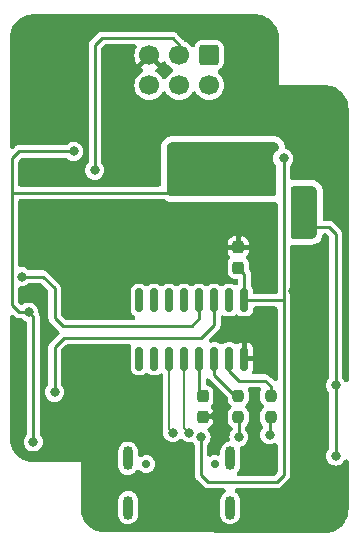
<source format=gbl>
%TF.GenerationSoftware,KiCad,Pcbnew,7.0.7*%
%TF.CreationDate,2023-09-20T03:29:36+03:00*%
%TF.ProjectId,TPB v1.1,54504220-7631-42e3-912e-6b696361645f,rev?*%
%TF.SameCoordinates,Original*%
%TF.FileFunction,Copper,L2,Bot*%
%TF.FilePolarity,Positive*%
%FSLAX46Y46*%
G04 Gerber Fmt 4.6, Leading zero omitted, Abs format (unit mm)*
G04 Created by KiCad (PCBNEW 7.0.7) date 2023-09-20 03:29:36*
%MOMM*%
%LPD*%
G01*
G04 APERTURE LIST*
G04 Aperture macros list*
%AMRoundRect*
0 Rectangle with rounded corners*
0 $1 Rounding radius*
0 $2 $3 $4 $5 $6 $7 $8 $9 X,Y pos of 4 corners*
0 Add a 4 corners polygon primitive as box body*
4,1,4,$2,$3,$4,$5,$6,$7,$8,$9,$2,$3,0*
0 Add four circle primitives for the rounded corners*
1,1,$1+$1,$2,$3*
1,1,$1+$1,$4,$5*
1,1,$1+$1,$6,$7*
1,1,$1+$1,$8,$9*
0 Add four rect primitives between the rounded corners*
20,1,$1+$1,$2,$3,$4,$5,0*
20,1,$1+$1,$4,$5,$6,$7,0*
20,1,$1+$1,$6,$7,$8,$9,0*
20,1,$1+$1,$8,$9,$2,$3,0*%
G04 Aperture macros list end*
%TA.AperFunction,ComponentPad*%
%ADD10RoundRect,0.250000X-0.600000X0.600000X-0.600000X-0.600000X0.600000X-0.600000X0.600000X0.600000X0*%
%TD*%
%TA.AperFunction,ComponentPad*%
%ADD11C,1.700000*%
%TD*%
%TA.AperFunction,WasherPad*%
%ADD12C,0.700000*%
%TD*%
%TA.AperFunction,ComponentPad*%
%ADD13O,0.900000X2.000000*%
%TD*%
%TA.AperFunction,SMDPad,CuDef*%
%ADD14RoundRect,0.150000X0.150000X-0.825000X0.150000X0.825000X-0.150000X0.825000X-0.150000X-0.825000X0*%
%TD*%
%TA.AperFunction,SMDPad,CuDef*%
%ADD15RoundRect,0.237500X-0.237500X0.250000X-0.237500X-0.250000X0.237500X-0.250000X0.237500X0.250000X0*%
%TD*%
%TA.AperFunction,SMDPad,CuDef*%
%ADD16RoundRect,0.237500X0.237500X-0.300000X0.237500X0.300000X-0.237500X0.300000X-0.237500X-0.300000X0*%
%TD*%
%TA.AperFunction,SMDPad,CuDef*%
%ADD17RoundRect,0.237500X-0.237500X0.300000X-0.237500X-0.300000X0.237500X-0.300000X0.237500X0.300000X0*%
%TD*%
%TA.AperFunction,ViaPad*%
%ADD18C,0.800000*%
%TD*%
%TA.AperFunction,Conductor*%
%ADD19C,0.250000*%
%TD*%
%TA.AperFunction,Conductor*%
%ADD20C,0.200000*%
%TD*%
G04 APERTURE END LIST*
D10*
%TO.P,J1,1,Pin_1*%
%TO.N,+3V3*%
X57295000Y-149247500D03*
D11*
%TO.P,J1,2,Pin_2*%
%TO.N,/TX*%
X57295000Y-151787500D03*
%TO.P,J1,3,Pin_3*%
%TO.N,/IO0*%
X54755000Y-149247500D03*
%TO.P,J1,4,Pin_4*%
%TO.N,/RX*%
X54755000Y-151787500D03*
%TO.P,J1,5,Pin_5*%
%TO.N,GND*%
X52215000Y-149247500D03*
%TO.P,J1,6,Pin_6*%
%TO.N,/EN*%
X52215000Y-151787500D03*
%TD*%
D12*
%TO.P,CN1,*%
%TO.N,*%
X51975000Y-183877313D03*
X57775000Y-183877313D03*
D13*
%TO.P,CN1,S1,SHIELD*%
%TO.N,Earth*%
X50425000Y-183387313D03*
%TO.P,CN1,S2,SHIELD*%
X59075000Y-183387313D03*
%TO.P,CN1,S3,SHIELD*%
X50425000Y-187557313D03*
%TO.P,CN1,S4,SHIELD*%
X59075000Y-187557313D03*
%TD*%
D14*
%TO.P,U1,1,GND*%
%TO.N,GND*%
X60270000Y-174950000D03*
%TO.P,U1,2,TXD*%
%TO.N,Net-(U1-TXD)*%
X59000000Y-174950000D03*
%TO.P,U1,3,RXD*%
%TO.N,Net-(U1-RXD)*%
X57730000Y-174950000D03*
%TO.P,U1,4,V3*%
%TO.N,Net-(U1-V3)*%
X56460000Y-174950000D03*
%TO.P,U1,5,UD+*%
%TO.N,/USB_P*%
X55190000Y-174950000D03*
%TO.P,U1,6,UD-*%
%TO.N,/USB_N*%
X53920000Y-174950000D03*
%TO.P,U1,7,NC*%
%TO.N,unconnected-(U1-NC-Pad7)*%
X52650000Y-174950000D03*
%TO.P,U1,8,NC*%
%TO.N,unconnected-(U1-NC-Pad8)*%
X51380000Y-174950000D03*
%TO.P,U1,9,~{CTS}*%
%TO.N,unconnected-(U1-~{CTS}-Pad9)*%
X51380000Y-170000000D03*
%TO.P,U1,10,~{DSR}*%
%TO.N,unconnected-(U1-~{DSR}-Pad10)*%
X52650000Y-170000000D03*
%TO.P,U1,11,~{RI}*%
%TO.N,unconnected-(U1-~{RI}-Pad11)*%
X53920000Y-170000000D03*
%TO.P,U1,12,~{DCD}*%
%TO.N,unconnected-(U1-~{DCD}-Pad12)*%
X55190000Y-170000000D03*
%TO.P,U1,13,~{DTR}*%
%TO.N,/DTR*%
X56460000Y-170000000D03*
%TO.P,U1,14,~{RTS}*%
%TO.N,/RTS*%
X57730000Y-170000000D03*
%TO.P,U1,15,R232*%
%TO.N,unconnected-(U1-R232-Pad15)*%
X59000000Y-170000000D03*
%TO.P,U1,16,VCC*%
%TO.N,+5V*%
X60270000Y-170000000D03*
%TD*%
D15*
%TO.P,R6,1*%
%TO.N,Net-(U1-TXD)*%
X62500000Y-178087500D03*
%TO.P,R6,2*%
%TO.N,/TX*%
X62500000Y-179912500D03*
%TD*%
D16*
%TO.P,C3,1*%
%TO.N,+5V*%
X59750000Y-167232500D03*
%TO.P,C3,2*%
%TO.N,GND*%
X59750000Y-165507500D03*
%TD*%
D15*
%TO.P,R7,1*%
%TO.N,Net-(U1-RXD)*%
X59750000Y-178087500D03*
%TO.P,R7,2*%
%TO.N,/RX*%
X59750000Y-179912500D03*
%TD*%
D17*
%TO.P,C2,1*%
%TO.N,Net-(U1-V3)*%
X56750000Y-178137500D03*
%TO.P,C2,2*%
%TO.N,GND*%
X56750000Y-179862500D03*
%TD*%
D18*
%TO.N,GND*%
X65600000Y-187900000D03*
X62500000Y-172000000D03*
X41400000Y-151400000D03*
X61400000Y-164400000D03*
X51100000Y-157700000D03*
X55700000Y-164000000D03*
X45500000Y-163800000D03*
X42700000Y-148500000D03*
X44900000Y-182900000D03*
X50680000Y-163000000D03*
X57800000Y-179800000D03*
X45600000Y-179100000D03*
X61600000Y-154400000D03*
X61400000Y-174800000D03*
X62300000Y-188000000D03*
X49700000Y-176900000D03*
X61400000Y-183800000D03*
X66400000Y-168500000D03*
X47100000Y-181600000D03*
X60400000Y-149100000D03*
X66700000Y-177400000D03*
X67000000Y-185700000D03*
X54900000Y-166600000D03*
X53400000Y-185700000D03*
X46300000Y-151400000D03*
X59700000Y-172800000D03*
X61100000Y-179800000D03*
X46200000Y-147000000D03*
X64400000Y-169200000D03*
X45900000Y-174300000D03*
%TO.N,+3V3*%
X42400000Y-182000000D03*
X57100000Y-159900000D03*
X57100000Y-157600000D03*
X68000000Y-183200000D03*
X59200000Y-157600000D03*
X64600000Y-163800000D03*
X42000000Y-171000000D03*
X59200000Y-160100000D03*
X45800000Y-157400000D03*
X68000000Y-177200000D03*
X58200000Y-158800000D03*
X55200000Y-160200000D03*
%TO.N,+5V*%
X63600000Y-158000000D03*
X56600000Y-181600000D03*
%TO.N,/USB_P*%
X55600000Y-181200000D03*
%TO.N,/IO0*%
X47600000Y-159000000D03*
%TO.N,/TX*%
X62400000Y-181400000D03*
%TO.N,/RX*%
X59800000Y-181600000D03*
%TO.N,/DTR*%
X41400000Y-168000000D03*
%TO.N,/RTS*%
X44200000Y-177800000D03*
%TO.N,/USB_N*%
X54200000Y-181200000D03*
%TD*%
D19*
%TO.N,GND*%
X59800000Y-164600000D02*
X60000000Y-164400000D01*
X61200000Y-163000000D02*
X61400000Y-163200000D01*
X60000000Y-164400000D02*
X61400000Y-164400000D01*
X50680000Y-163000000D02*
X61200000Y-163000000D01*
X56750000Y-179862500D02*
X57737500Y-179862500D01*
X57737500Y-179862500D02*
X57800000Y-179800000D01*
X61400000Y-163200000D02*
X61400000Y-164400000D01*
X59750000Y-165507500D02*
X59800000Y-165457500D01*
X59800000Y-165457500D02*
X59800000Y-164600000D01*
X60270000Y-174950000D02*
X61250000Y-174950000D01*
X61250000Y-174950000D02*
X61400000Y-174800000D01*
%TO.N,+3V3*%
X68000000Y-183200000D02*
X68000000Y-177200000D01*
X68000000Y-177200000D02*
X68000000Y-164400000D01*
X55200000Y-160900000D02*
X55200000Y-160200000D01*
X41200000Y-157400000D02*
X45800000Y-157400000D01*
X40600000Y-161400000D02*
X40600000Y-160900000D01*
X40600000Y-158000000D02*
X41200000Y-157400000D01*
X68000000Y-164400000D02*
X67400000Y-163800000D01*
X41200000Y-171000000D02*
X42000000Y-171000000D01*
X40600000Y-161400000D02*
X40600000Y-158000000D01*
X40600000Y-160900000D02*
X55200000Y-160900000D01*
X40600000Y-170400000D02*
X40600000Y-161400000D01*
X67400000Y-163800000D02*
X64600000Y-163800000D01*
X42400000Y-171400000D02*
X42000000Y-171000000D01*
X40600000Y-170400000D02*
X41200000Y-171000000D01*
X42400000Y-182000000D02*
X42400000Y-172000000D01*
X42400000Y-172000000D02*
X42400000Y-171400000D01*
%TO.N,+5V*%
X63600000Y-157800000D02*
X63600000Y-158000000D01*
X63600000Y-170000000D02*
X63600000Y-168200000D01*
X60270000Y-167752500D02*
X59750000Y-167232500D01*
X57200000Y-185400000D02*
X56600000Y-184800000D01*
X63000000Y-185400000D02*
X57200000Y-185400000D01*
X63600000Y-168200000D02*
X63600000Y-184800000D01*
X63600000Y-184800000D02*
X63000000Y-185400000D01*
X60270000Y-170000000D02*
X63600000Y-170000000D01*
X56600000Y-184800000D02*
X56600000Y-181600000D01*
X60270000Y-170000000D02*
X60270000Y-167752500D01*
X63600000Y-168200000D02*
X63600000Y-158000000D01*
D20*
%TO.N,/USB_P*%
X55600000Y-181200000D02*
X55190000Y-180790000D01*
X55190000Y-180790000D02*
X55190000Y-174950000D01*
D19*
%TO.N,/IO0*%
X47600000Y-148400000D02*
X48200000Y-147800000D01*
X48200000Y-147800000D02*
X54200000Y-147800000D01*
X54200000Y-147800000D02*
X54755000Y-148355000D01*
X47600000Y-159000000D02*
X47600000Y-148400000D01*
X54755000Y-148355000D02*
X54755000Y-149247500D01*
%TO.N,/TX*%
X62400000Y-180012500D02*
X62500000Y-179912500D01*
X62400000Y-181400000D02*
X62400000Y-180012500D01*
%TO.N,/RX*%
X59800000Y-179962500D02*
X59750000Y-179912500D01*
X59800000Y-181600000D02*
X59800000Y-179962500D01*
%TO.N,/DTR*%
X44200000Y-169000000D02*
X43200000Y-168000000D01*
X55800000Y-172200000D02*
X44900000Y-172200000D01*
X56460000Y-171540000D02*
X55800000Y-172200000D01*
X43200000Y-168000000D02*
X41400000Y-168000000D01*
X56460000Y-170000000D02*
X56460000Y-171540000D01*
X44200000Y-171500000D02*
X44200000Y-169000000D01*
X44900000Y-172200000D02*
X44200000Y-171500000D01*
%TO.N,/RTS*%
X45000000Y-173200000D02*
X44200000Y-174000000D01*
X57730000Y-172070000D02*
X56600000Y-173200000D01*
X57730000Y-170000000D02*
X57730000Y-172070000D01*
X44200000Y-174000000D02*
X44200000Y-177800000D01*
X56600000Y-173200000D02*
X45000000Y-173200000D01*
%TO.N,Net-(U1-TXD)*%
X62000000Y-176800000D02*
X62500000Y-177300000D01*
X59800000Y-176800000D02*
X62000000Y-176800000D01*
X62500000Y-177300000D02*
X62500000Y-178087500D01*
X59000000Y-176000000D02*
X59800000Y-176800000D01*
X62400000Y-177987500D02*
X62500000Y-178087500D01*
X59000000Y-174950000D02*
X59000000Y-176000000D01*
%TO.N,Net-(U1-RXD)*%
X57730000Y-176330000D02*
X59487500Y-178087500D01*
X57730000Y-174950000D02*
X57730000Y-176330000D01*
X59487500Y-178087500D02*
X59750000Y-178087500D01*
%TO.N,Net-(U1-V3)*%
X56460000Y-177847500D02*
X56750000Y-178137500D01*
X56460000Y-174950000D02*
X56460000Y-177847500D01*
D20*
%TO.N,/USB_N*%
X53920000Y-180920000D02*
X53920000Y-174950000D01*
X54200000Y-181200000D02*
X53920000Y-180920000D01*
%TD*%
%TA.AperFunction,Conductor*%
%TO.N,GND*%
G36*
X67186245Y-164345207D02*
G01*
X67240613Y-164383783D01*
X67416216Y-164559385D01*
X67463333Y-164634371D01*
X67474500Y-164700097D01*
X67474500Y-176510993D01*
X67454793Y-176597336D01*
X67416214Y-176651707D01*
X67370187Y-176697733D01*
X67274210Y-176850478D01*
X67274210Y-176850479D01*
X67229068Y-176979488D01*
X67214632Y-177020745D01*
X67194435Y-177200000D01*
X67214632Y-177379255D01*
X67214632Y-177379257D01*
X67214633Y-177379258D01*
X67274210Y-177549520D01*
X67274210Y-177549521D01*
X67281742Y-177561508D01*
X67370184Y-177702262D01*
X67416214Y-177748292D01*
X67463332Y-177823279D01*
X67474500Y-177889006D01*
X67474500Y-182510993D01*
X67454793Y-182597336D01*
X67416214Y-182651707D01*
X67370187Y-182697733D01*
X67274210Y-182850478D01*
X67274210Y-182850479D01*
X67214633Y-183020741D01*
X67214632Y-183020745D01*
X67194435Y-183200000D01*
X67214632Y-183379255D01*
X67214632Y-183379257D01*
X67214633Y-183379258D01*
X67274210Y-183549520D01*
X67274210Y-183549521D01*
X67308471Y-183604047D01*
X67368603Y-183699746D01*
X67370187Y-183702266D01*
X67497733Y-183829812D01*
X67497735Y-183829813D01*
X67497738Y-183829816D01*
X67650478Y-183925789D01*
X67820745Y-183985368D01*
X68000000Y-184005565D01*
X68179255Y-183985368D01*
X68349522Y-183925789D01*
X68502262Y-183829816D01*
X68629816Y-183702262D01*
X68725789Y-183549522D01*
X68725789Y-183549521D01*
X68731735Y-183540059D01*
X68734586Y-183541850D01*
X68776914Y-183488766D01*
X68856704Y-183450334D01*
X68945267Y-183450327D01*
X69025063Y-183488747D01*
X69080286Y-183557985D01*
X69100000Y-183644326D01*
X69100000Y-187687606D01*
X69099745Y-187694727D01*
X69080550Y-187962353D01*
X69076487Y-187990535D01*
X69021575Y-188242230D01*
X69013531Y-188269543D01*
X68923264Y-188510818D01*
X68911405Y-188536702D01*
X68787632Y-188762623D01*
X68772201Y-188786551D01*
X68617447Y-188992505D01*
X68598758Y-189013986D01*
X68416200Y-189195741D01*
X68394637Y-189214334D01*
X68188007Y-189368178D01*
X68164012Y-189383505D01*
X67937547Y-189506283D01*
X67911609Y-189518028D01*
X67669935Y-189607231D01*
X67642588Y-189615154D01*
X67390655Y-189668956D01*
X67362456Y-189672895D01*
X67094743Y-189690911D01*
X67087642Y-189691134D01*
X48394716Y-189608786D01*
X48387675Y-189608505D01*
X48170027Y-189592018D01*
X48121600Y-189588350D01*
X48093592Y-189584209D01*
X47843477Y-189528803D01*
X47816339Y-189520728D01*
X47576628Y-189430389D01*
X47550911Y-189418545D01*
X47326439Y-189295097D01*
X47302664Y-189279723D01*
X47097991Y-189125675D01*
X47076637Y-189107082D01*
X46895892Y-188925538D01*
X46877400Y-188904111D01*
X46724245Y-188698749D01*
X46708982Y-188674914D01*
X46586521Y-188449895D01*
X46574790Y-188424126D01*
X46485509Y-188184021D01*
X46477555Y-188156853D01*
X46476812Y-188153426D01*
X49574500Y-188153426D01*
X49584158Y-188242230D01*
X49589486Y-188291223D01*
X49648555Y-188466531D01*
X49648557Y-188466537D01*
X49724696Y-188593082D01*
X49743930Y-188625049D01*
X49871151Y-188759354D01*
X50024270Y-188863171D01*
X50196125Y-188931644D01*
X50378679Y-188961572D01*
X50378680Y-188961573D01*
X50378682Y-188961572D01*
X50378683Y-188961573D01*
X50563407Y-188951558D01*
X50741659Y-188902067D01*
X50905104Y-188815413D01*
X51046100Y-188695650D01*
X51158054Y-188548377D01*
X51158057Y-188548371D01*
X51235730Y-188380485D01*
X51235730Y-188380483D01*
X51235732Y-188380480D01*
X51275500Y-188199810D01*
X51275500Y-186961200D01*
X51260514Y-186823403D01*
X51201444Y-186648092D01*
X51106070Y-186489577D01*
X50978849Y-186355272D01*
X50896168Y-186299213D01*
X50825729Y-186251454D01*
X50653877Y-186182982D01*
X50653872Y-186182981D01*
X50471320Y-186153053D01*
X50471319Y-186153052D01*
X50286596Y-186163067D01*
X50286594Y-186163067D01*
X50286593Y-186163068D01*
X50214869Y-186182982D01*
X50108337Y-186212560D01*
X50108333Y-186212562D01*
X49944897Y-186299211D01*
X49944896Y-186299212D01*
X49803901Y-186418974D01*
X49691942Y-186566254D01*
X49614269Y-186734140D01*
X49594621Y-186823403D01*
X49574500Y-186914816D01*
X49574500Y-188153426D01*
X46476812Y-188153426D01*
X46423251Y-187906495D01*
X46419233Y-187878468D01*
X46400252Y-187612323D01*
X46400000Y-187605242D01*
X46400000Y-185700005D01*
X46400000Y-185700000D01*
X46400000Y-183983426D01*
X49574500Y-183983426D01*
X49589486Y-184121223D01*
X49617714Y-184205001D01*
X49648555Y-184296531D01*
X49648557Y-184296537D01*
X49743929Y-184455047D01*
X49743931Y-184455050D01*
X49835223Y-184551426D01*
X49871151Y-184589354D01*
X50024270Y-184693171D01*
X50196125Y-184761644D01*
X50378679Y-184791572D01*
X50378680Y-184791573D01*
X50378682Y-184791572D01*
X50378683Y-184791573D01*
X50563407Y-184781558D01*
X50741659Y-184732067D01*
X50905104Y-184645413D01*
X51046100Y-184525650D01*
X51130943Y-184414039D01*
X51198880Y-184357232D01*
X51284742Y-184335526D01*
X51371520Y-184353223D01*
X51430077Y-184393758D01*
X51504105Y-184467786D01*
X51504107Y-184467787D01*
X51504110Y-184467790D01*
X51647310Y-184557769D01*
X51806941Y-184613626D01*
X51975000Y-184632562D01*
X52143059Y-184613626D01*
X52302690Y-184557769D01*
X52445890Y-184467790D01*
X52565477Y-184348203D01*
X52655456Y-184205003D01*
X52711313Y-184045372D01*
X52730249Y-183877313D01*
X52711313Y-183709254D01*
X52655456Y-183549623D01*
X52565477Y-183406423D01*
X52565473Y-183406419D01*
X52565473Y-183406418D01*
X52445894Y-183286839D01*
X52445891Y-183286837D01*
X52445890Y-183286836D01*
X52302690Y-183196857D01*
X52302689Y-183196856D01*
X52302688Y-183196856D01*
X52143063Y-183141001D01*
X52143061Y-183141000D01*
X52143059Y-183141000D01*
X51975000Y-183122064D01*
X51806941Y-183141000D01*
X51806939Y-183141000D01*
X51806936Y-183141001D01*
X51647311Y-183196856D01*
X51647305Y-183196859D01*
X51580374Y-183238915D01*
X51496781Y-183268166D01*
X51408774Y-183258250D01*
X51333786Y-183211131D01*
X51286667Y-183136142D01*
X51275500Y-183070417D01*
X51275500Y-182791207D01*
X51275500Y-182791200D01*
X51260514Y-182653403D01*
X51201444Y-182478092D01*
X51106070Y-182319577D01*
X51039191Y-182248974D01*
X50978852Y-182185275D01*
X50978850Y-182185273D01*
X50969974Y-182179255D01*
X50896168Y-182129213D01*
X50825729Y-182081454D01*
X50653877Y-182012982D01*
X50653872Y-182012981D01*
X50471320Y-181983053D01*
X50471319Y-181983052D01*
X50286596Y-181993067D01*
X50286594Y-181993067D01*
X50286593Y-181993068D01*
X50214869Y-182012982D01*
X50108337Y-182042560D01*
X50108333Y-182042562D01*
X49944897Y-182129211D01*
X49944896Y-182129212D01*
X49803901Y-182248974D01*
X49691942Y-182396254D01*
X49614269Y-182564140D01*
X49578688Y-182725789D01*
X49574500Y-182744816D01*
X49574500Y-183983426D01*
X46400000Y-183983426D01*
X46400000Y-183700000D01*
X44400000Y-183700000D01*
X44399995Y-183700000D01*
X42403554Y-183700000D01*
X42396454Y-183699746D01*
X42129565Y-183680658D01*
X42101462Y-183676617D01*
X41850442Y-183622011D01*
X41823203Y-183614013D01*
X41582502Y-183524236D01*
X41556677Y-183512442D01*
X41442921Y-183450327D01*
X41331207Y-183389326D01*
X41307328Y-183373980D01*
X41152731Y-183258250D01*
X41101670Y-183220026D01*
X41080213Y-183201433D01*
X40898566Y-183019786D01*
X40879973Y-182998329D01*
X40726016Y-182792668D01*
X40710675Y-182768795D01*
X40587556Y-182543320D01*
X40575765Y-182517504D01*
X40485983Y-182276787D01*
X40477988Y-182249557D01*
X40477861Y-182248974D01*
X40423381Y-181998533D01*
X40419342Y-181970441D01*
X40403219Y-181745007D01*
X40400254Y-181703545D01*
X40400000Y-181696444D01*
X40400000Y-171423597D01*
X40419707Y-171337254D01*
X40474926Y-171268013D01*
X40554718Y-171229586D01*
X40643282Y-171229586D01*
X40723074Y-171268013D01*
X40739712Y-171282881D01*
X40822060Y-171365229D01*
X40865245Y-171411469D01*
X40899596Y-171432358D01*
X40907995Y-171438075D01*
X40940025Y-171462364D01*
X40940029Y-171462365D01*
X40940030Y-171462366D01*
X40949539Y-171466116D01*
X40979934Y-171481212D01*
X40988672Y-171486526D01*
X41027360Y-171497365D01*
X41037017Y-171500612D01*
X41074411Y-171515359D01*
X41084580Y-171516404D01*
X41117928Y-171522741D01*
X41127772Y-171525500D01*
X41167955Y-171525500D01*
X41178136Y-171526022D01*
X41190064Y-171527247D01*
X41218110Y-171530131D01*
X41227354Y-171528537D01*
X41228191Y-171528393D01*
X41262000Y-171525500D01*
X41310993Y-171525500D01*
X41397336Y-171545207D01*
X41451707Y-171583786D01*
X41497733Y-171629812D01*
X41497735Y-171629813D01*
X41497738Y-171629816D01*
X41650478Y-171725789D01*
X41741225Y-171757542D01*
X41816213Y-171804660D01*
X41863332Y-171879648D01*
X41874500Y-171945375D01*
X41874500Y-181310993D01*
X41854793Y-181397336D01*
X41816214Y-181451707D01*
X41770187Y-181497733D01*
X41674210Y-181650478D01*
X41674210Y-181650479D01*
X41614633Y-181820741D01*
X41614632Y-181820745D01*
X41594435Y-182000000D01*
X41614632Y-182179255D01*
X41614632Y-182179257D01*
X41614633Y-182179258D01*
X41674210Y-182349520D01*
X41674210Y-182349521D01*
X41703575Y-182396254D01*
X41754998Y-182478094D01*
X41770187Y-182502266D01*
X41897733Y-182629812D01*
X41897735Y-182629813D01*
X41897738Y-182629816D01*
X42050478Y-182725789D01*
X42220745Y-182785368D01*
X42400000Y-182805565D01*
X42579255Y-182785368D01*
X42749522Y-182725789D01*
X42902262Y-182629816D01*
X43029816Y-182502262D01*
X43125789Y-182349522D01*
X43185368Y-182179255D01*
X43205565Y-182000000D01*
X43185368Y-181820745D01*
X43125789Y-181650478D01*
X43029816Y-181497738D01*
X43029813Y-181497735D01*
X43029812Y-181497733D01*
X42983786Y-181451707D01*
X42936667Y-181376719D01*
X42925500Y-181310993D01*
X42925500Y-171408982D01*
X42927660Y-171345755D01*
X42927659Y-171345752D01*
X42918147Y-171306719D01*
X42916243Y-171296700D01*
X42912807Y-171271703D01*
X42910771Y-171256889D01*
X42906694Y-171247504D01*
X42895877Y-171215337D01*
X42893457Y-171205405D01*
X42873765Y-171170383D01*
X42869230Y-171161253D01*
X42853219Y-171124391D01*
X42850193Y-171120671D01*
X42846902Y-171114004D01*
X42846145Y-171112759D01*
X42846254Y-171112692D01*
X42810994Y-171041256D01*
X42807440Y-171011035D01*
X42806816Y-171011106D01*
X42800671Y-170956568D01*
X42785368Y-170820745D01*
X42725789Y-170650478D01*
X42629816Y-170497738D01*
X42629813Y-170497735D01*
X42629812Y-170497733D01*
X42502266Y-170370187D01*
X42502263Y-170370185D01*
X42502262Y-170370184D01*
X42349522Y-170274211D01*
X42349521Y-170274210D01*
X42349520Y-170274210D01*
X42179258Y-170214633D01*
X42179257Y-170214632D01*
X42179255Y-170214632D01*
X42000000Y-170194435D01*
X41820745Y-170214632D01*
X41820742Y-170214632D01*
X41820741Y-170214633D01*
X41650479Y-170274210D01*
X41650473Y-170274213D01*
X41518875Y-170356902D01*
X41435282Y-170386153D01*
X41347275Y-170376237D01*
X41272287Y-170329118D01*
X41183786Y-170240617D01*
X41136667Y-170165629D01*
X41125500Y-170099903D01*
X41125500Y-168997317D01*
X41145207Y-168910974D01*
X41200426Y-168841733D01*
X41280218Y-168803306D01*
X41346777Y-168799568D01*
X41400000Y-168805565D01*
X41579255Y-168785368D01*
X41749522Y-168725789D01*
X41902262Y-168629816D01*
X41919744Y-168612334D01*
X41948293Y-168583786D01*
X42023281Y-168536667D01*
X42089007Y-168525500D01*
X42899902Y-168525500D01*
X42986245Y-168545207D01*
X43040616Y-168583786D01*
X43616214Y-169159384D01*
X43663333Y-169234372D01*
X43674500Y-169300098D01*
X43674500Y-171491016D01*
X43672339Y-171554242D01*
X43672340Y-171554245D01*
X43681852Y-171593282D01*
X43683755Y-171603294D01*
X43689228Y-171643108D01*
X43689229Y-171643111D01*
X43693310Y-171652508D01*
X43704121Y-171684657D01*
X43706542Y-171694591D01*
X43706545Y-171694598D01*
X43726233Y-171729614D01*
X43730768Y-171738744D01*
X43746781Y-171775609D01*
X43753233Y-171783539D01*
X43772331Y-171811601D01*
X43777339Y-171820509D01*
X43777342Y-171820512D01*
X43792890Y-171836060D01*
X43805752Y-171848921D01*
X43812586Y-171856493D01*
X43837943Y-171887662D01*
X43837944Y-171887662D01*
X43837946Y-171887665D01*
X43846301Y-171893562D01*
X43872254Y-171915424D01*
X44522059Y-172565228D01*
X44545785Y-172590632D01*
X44569252Y-172615759D01*
X44613782Y-172692313D01*
X44620687Y-172780607D01*
X44588598Y-172863153D01*
X44564528Y-172892300D01*
X44192123Y-173264705D01*
X43834771Y-173622059D01*
X43819827Y-173636016D01*
X43788531Y-173665243D01*
X43767654Y-173699575D01*
X43761920Y-173707999D01*
X43737635Y-173740025D01*
X43737633Y-173740029D01*
X43733879Y-173749549D01*
X43718791Y-173779928D01*
X43713473Y-173788672D01*
X43702631Y-173827365D01*
X43699384Y-173837022D01*
X43684641Y-173874409D01*
X43684640Y-173874413D01*
X43683594Y-173884592D01*
X43677261Y-173917915D01*
X43674500Y-173927770D01*
X43674500Y-173967954D01*
X43673978Y-173978136D01*
X43669869Y-174018108D01*
X43669869Y-174018110D01*
X43671607Y-174028191D01*
X43674500Y-174062000D01*
X43674500Y-177110993D01*
X43654793Y-177197336D01*
X43616214Y-177251707D01*
X43570187Y-177297733D01*
X43474210Y-177450478D01*
X43474210Y-177450479D01*
X43428153Y-177582103D01*
X43414632Y-177620745D01*
X43394435Y-177800000D01*
X43414632Y-177979255D01*
X43414632Y-177979257D01*
X43414633Y-177979258D01*
X43474210Y-178149520D01*
X43474210Y-178149521D01*
X43474211Y-178149522D01*
X43568822Y-178300095D01*
X43570187Y-178302266D01*
X43697733Y-178429812D01*
X43697735Y-178429813D01*
X43697738Y-178429816D01*
X43850478Y-178525789D01*
X44020745Y-178585368D01*
X44200000Y-178605565D01*
X44379255Y-178585368D01*
X44549522Y-178525789D01*
X44702262Y-178429816D01*
X44829816Y-178302262D01*
X44925789Y-178149522D01*
X44985368Y-177979255D01*
X45005565Y-177800000D01*
X44985368Y-177620745D01*
X44925789Y-177450478D01*
X44829816Y-177297738D01*
X44829813Y-177297735D01*
X44829812Y-177297733D01*
X44783786Y-177251707D01*
X44736667Y-177176719D01*
X44725500Y-177110993D01*
X44725500Y-174300098D01*
X44745207Y-174213755D01*
X44783786Y-174159384D01*
X45159384Y-173783786D01*
X45234372Y-173736667D01*
X45300098Y-173725500D01*
X50503393Y-173725500D01*
X50589736Y-173745207D01*
X50658977Y-173800426D01*
X50697404Y-173880218D01*
X50697404Y-173968782D01*
X50691667Y-173987327D01*
X50690122Y-173993439D01*
X50679500Y-174081892D01*
X50679500Y-175818107D01*
X50690122Y-175906560D01*
X50690124Y-175906568D01*
X50745635Y-176047334D01*
X50745639Y-176047342D01*
X50837078Y-176167922D01*
X50957658Y-176259361D01*
X50957662Y-176259362D01*
X50957665Y-176259364D01*
X51021763Y-176284641D01*
X51098436Y-176314877D01*
X51131013Y-176318789D01*
X51186893Y-176325500D01*
X51186898Y-176325500D01*
X51573106Y-176325500D01*
X51617332Y-176320188D01*
X51661564Y-176314877D01*
X51802342Y-176259361D01*
X51894759Y-176189278D01*
X51975462Y-176152811D01*
X52063999Y-176154971D01*
X52135240Y-176189278D01*
X52227658Y-176259361D01*
X52227662Y-176259362D01*
X52227665Y-176259364D01*
X52291763Y-176284641D01*
X52368436Y-176314877D01*
X52401013Y-176318789D01*
X52456893Y-176325500D01*
X52456898Y-176325500D01*
X52843106Y-176325500D01*
X52887333Y-176320188D01*
X52931564Y-176314877D01*
X53072342Y-176259361D01*
X53100257Y-176238191D01*
X53180961Y-176201723D01*
X53269498Y-176203883D01*
X53348331Y-176244243D01*
X53401844Y-176314810D01*
X53419500Y-176396756D01*
X53419500Y-180844792D01*
X53416332Y-180874255D01*
X53415640Y-180883924D01*
X53419246Y-180934335D01*
X53419500Y-180941436D01*
X53419500Y-180955802D01*
X53419760Y-180959439D01*
X53419500Y-180962831D01*
X53419500Y-180962905D01*
X53419494Y-180962905D01*
X53415279Y-181017906D01*
X53414632Y-181020738D01*
X53405957Y-181097738D01*
X53394435Y-181200000D01*
X53414632Y-181379255D01*
X53414632Y-181379257D01*
X53414633Y-181379258D01*
X53474210Y-181549520D01*
X53474210Y-181549521D01*
X53492895Y-181579258D01*
X53566528Y-181696444D01*
X53570187Y-181702266D01*
X53697733Y-181829812D01*
X53697735Y-181829813D01*
X53697738Y-181829816D01*
X53850478Y-181925789D01*
X54020745Y-181985368D01*
X54200000Y-182005565D01*
X54379255Y-181985368D01*
X54549522Y-181925789D01*
X54702262Y-181829816D01*
X54759284Y-181772793D01*
X54834273Y-181725674D01*
X54922279Y-181715757D01*
X55005873Y-181745007D01*
X55040715Y-181772793D01*
X55097734Y-181829812D01*
X55097733Y-181829812D01*
X55097735Y-181829813D01*
X55097738Y-181829816D01*
X55250478Y-181925789D01*
X55420745Y-181985368D01*
X55600000Y-182005565D01*
X55764719Y-181987005D01*
X55852719Y-181996921D01*
X55927707Y-182044039D01*
X55955489Y-182078875D01*
X55970184Y-182102262D01*
X56016214Y-182148292D01*
X56063332Y-182223279D01*
X56074500Y-182289006D01*
X56074500Y-184791016D01*
X56072339Y-184854242D01*
X56072340Y-184854245D01*
X56081852Y-184893282D01*
X56083755Y-184903294D01*
X56089228Y-184943108D01*
X56089229Y-184943111D01*
X56093310Y-184952508D01*
X56104121Y-184984657D01*
X56106542Y-184994591D01*
X56106545Y-184994598D01*
X56126233Y-185029614D01*
X56130768Y-185038744D01*
X56146781Y-185075609D01*
X56153233Y-185083539D01*
X56172329Y-185111597D01*
X56177342Y-185120512D01*
X56205760Y-185148930D01*
X56212580Y-185156487D01*
X56237946Y-185187665D01*
X56237949Y-185187667D01*
X56246299Y-185193561D01*
X56272255Y-185215425D01*
X56822060Y-185765229D01*
X56865245Y-185811469D01*
X56899596Y-185832358D01*
X56907995Y-185838075D01*
X56940025Y-185862364D01*
X56940029Y-185862365D01*
X56940030Y-185862366D01*
X56949539Y-185866116D01*
X56979934Y-185881212D01*
X56988672Y-185886526D01*
X57027360Y-185897365D01*
X57037017Y-185900612D01*
X57074411Y-185915359D01*
X57084580Y-185916404D01*
X57117928Y-185922741D01*
X57127772Y-185925500D01*
X57167955Y-185925500D01*
X57178136Y-185926022D01*
X57190064Y-185927247D01*
X57218110Y-185930131D01*
X57227354Y-185928537D01*
X57228191Y-185928393D01*
X57262000Y-185925500D01*
X58499597Y-185925500D01*
X58585940Y-185945207D01*
X58655181Y-186000426D01*
X58693608Y-186080218D01*
X58693608Y-186168782D01*
X58655181Y-186248574D01*
X58602967Y-186291891D01*
X58603826Y-186293158D01*
X58594896Y-186299212D01*
X58453901Y-186418974D01*
X58341942Y-186566254D01*
X58264269Y-186734140D01*
X58244621Y-186823403D01*
X58224500Y-186914816D01*
X58224500Y-188153426D01*
X58234158Y-188242230D01*
X58239486Y-188291223D01*
X58298555Y-188466531D01*
X58298557Y-188466537D01*
X58374696Y-188593082D01*
X58393930Y-188625049D01*
X58521151Y-188759354D01*
X58674270Y-188863171D01*
X58846125Y-188931644D01*
X59028679Y-188961572D01*
X59028680Y-188961573D01*
X59028682Y-188961572D01*
X59028683Y-188961573D01*
X59213407Y-188951558D01*
X59391659Y-188902067D01*
X59555104Y-188815413D01*
X59696100Y-188695650D01*
X59808054Y-188548377D01*
X59808057Y-188548371D01*
X59885730Y-188380485D01*
X59885730Y-188380483D01*
X59885732Y-188380480D01*
X59925500Y-188199810D01*
X59925500Y-186961200D01*
X59910514Y-186823403D01*
X59851444Y-186648092D01*
X59756070Y-186489577D01*
X59628849Y-186355272D01*
X59531412Y-186289208D01*
X59471009Y-186224444D01*
X59444686Y-186139883D01*
X59457660Y-186052275D01*
X59507361Y-185978972D01*
X59583945Y-185934493D01*
X59643091Y-185925500D01*
X62991016Y-185925500D01*
X63054243Y-185927660D01*
X63054243Y-185927659D01*
X63054245Y-185927660D01*
X63093278Y-185918147D01*
X63103293Y-185916244D01*
X63115047Y-185914628D01*
X63143111Y-185910771D01*
X63152491Y-185906696D01*
X63184660Y-185895877D01*
X63194594Y-185893457D01*
X63229615Y-185873764D01*
X63238742Y-185869232D01*
X63254554Y-185862364D01*
X63275609Y-185853219D01*
X63283537Y-185846769D01*
X63311603Y-185827667D01*
X63312964Y-185826901D01*
X63320512Y-185822658D01*
X63348941Y-185794227D01*
X63356472Y-185787430D01*
X63387665Y-185762054D01*
X63393560Y-185753701D01*
X63415422Y-185727746D01*
X63965229Y-185177939D01*
X64011469Y-185134755D01*
X64032359Y-185100401D01*
X64038070Y-185092009D01*
X64062364Y-185059975D01*
X64066114Y-185050463D01*
X64081208Y-185020072D01*
X64086526Y-185011328D01*
X64097365Y-184972637D01*
X64100610Y-184962987D01*
X64115359Y-184925589D01*
X64116404Y-184915420D01*
X64122742Y-184882073D01*
X64125499Y-184872233D01*
X64125500Y-184872227D01*
X64125500Y-184832045D01*
X64126022Y-184821864D01*
X64128313Y-184799574D01*
X64130131Y-184781890D01*
X64129542Y-184778478D01*
X64128393Y-184771806D01*
X64125500Y-184737999D01*
X64125500Y-170021349D01*
X64125732Y-170014556D01*
X64129204Y-169963801D01*
X64129202Y-169963793D01*
X64128743Y-169957065D01*
X64125500Y-169925519D01*
X64125500Y-165488464D01*
X64145207Y-165402121D01*
X64200426Y-165332880D01*
X64280218Y-165294453D01*
X64363328Y-165293290D01*
X64375882Y-165295787D01*
X64474500Y-165305500D01*
X64474502Y-165305500D01*
X65900101Y-165305500D01*
X65916637Y-165304959D01*
X65933022Y-165303885D01*
X65949409Y-165302811D01*
X65965874Y-165301189D01*
X66028959Y-165292883D01*
X66079295Y-165286257D01*
X66079294Y-165286257D01*
X66079295Y-165286256D01*
X66079301Y-165286256D01*
X66095532Y-165283027D01*
X66111772Y-165279798D01*
X66206514Y-165254410D01*
X66237847Y-165243774D01*
X66237846Y-165243774D01*
X66237856Y-165243770D01*
X66328446Y-165206247D01*
X66358129Y-165191609D01*
X66407170Y-165163295D01*
X66443079Y-165142565D01*
X66443081Y-165142563D01*
X66443082Y-165142562D01*
X66443086Y-165142560D01*
X66452461Y-165136295D01*
X66470601Y-165124176D01*
X66470600Y-165124177D01*
X66548400Y-165064477D01*
X66548403Y-165064475D01*
X66562377Y-165052220D01*
X66573283Y-165042657D01*
X66642657Y-164973283D01*
X66661052Y-164952306D01*
X66664475Y-164948403D01*
X66724172Y-164870606D01*
X66724177Y-164870600D01*
X66724176Y-164870601D01*
X66742563Y-164843081D01*
X66742565Y-164843079D01*
X66791611Y-164758125D01*
X66791611Y-164758126D01*
X66806245Y-164728450D01*
X66806246Y-164728448D01*
X66817990Y-164700097D01*
X66843771Y-164637855D01*
X66843771Y-164637854D01*
X66843773Y-164637850D01*
X66843773Y-164637851D01*
X66854407Y-164606522D01*
X66854407Y-164606521D01*
X66864193Y-164570000D01*
X66879800Y-164511757D01*
X66884988Y-164485677D01*
X66921161Y-164404838D01*
X66988827Y-164347699D01*
X67074583Y-164325578D01*
X67080164Y-164325500D01*
X67099902Y-164325500D01*
X67186245Y-164345207D01*
G37*
%TD.AperFunction*%
%TA.AperFunction,Conductor*%
G36*
X61568170Y-177345207D02*
G01*
X61637411Y-177400426D01*
X61675838Y-177480218D01*
X61675838Y-177568782D01*
X61672925Y-177580020D01*
X61627346Y-177736901D01*
X61624500Y-177773066D01*
X61624500Y-177773068D01*
X61624501Y-178401929D01*
X61627346Y-178438101D01*
X61652823Y-178525789D01*
X61670132Y-178585368D01*
X61672320Y-178592896D01*
X61754371Y-178731639D01*
X61754375Y-178731644D01*
X61877210Y-178854479D01*
X61875595Y-178856093D01*
X61920814Y-178911267D01*
X61941674Y-178997339D01*
X61923124Y-179083937D01*
X61876159Y-179144470D01*
X61877210Y-179145521D01*
X61868891Y-179153839D01*
X61868836Y-179153911D01*
X61868756Y-179153974D01*
X61754375Y-179268355D01*
X61754371Y-179268360D01*
X61672319Y-179407104D01*
X61672319Y-179407105D01*
X61627346Y-179561901D01*
X61624500Y-179598066D01*
X61624500Y-179598068D01*
X61624501Y-180226929D01*
X61627346Y-180263101D01*
X61657720Y-180367645D01*
X61671371Y-180414632D01*
X61672320Y-180417896D01*
X61754371Y-180556639D01*
X61754375Y-180556644D01*
X61792112Y-180594381D01*
X61839231Y-180669369D01*
X61849147Y-180757376D01*
X61819896Y-180840969D01*
X61792112Y-180875809D01*
X61770187Y-180897733D01*
X61674210Y-181050478D01*
X61674210Y-181050479D01*
X61621891Y-181199999D01*
X61614632Y-181220745D01*
X61594435Y-181400000D01*
X61614632Y-181579255D01*
X61614632Y-181579257D01*
X61614633Y-181579258D01*
X61674210Y-181749520D01*
X61674210Y-181749521D01*
X61692895Y-181779258D01*
X61725499Y-181831147D01*
X61770187Y-181902266D01*
X61897733Y-182029812D01*
X61897735Y-182029813D01*
X61897738Y-182029816D01*
X62050478Y-182125789D01*
X62220745Y-182185368D01*
X62400000Y-182205565D01*
X62579255Y-182185368D01*
X62749522Y-182125789D01*
X62769624Y-182113157D01*
X62853217Y-182083907D01*
X62941223Y-182093821D01*
X63016213Y-182140939D01*
X63063332Y-182215927D01*
X63074500Y-182281655D01*
X63074499Y-184499903D01*
X63054792Y-184586246D01*
X63016214Y-184640617D01*
X62840615Y-184816215D01*
X62765629Y-184863333D01*
X62699903Y-184874500D01*
X59827072Y-184874500D01*
X59740729Y-184854793D01*
X59671488Y-184799574D01*
X59633061Y-184719782D01*
X59633061Y-184631218D01*
X59671488Y-184551426D01*
X59688788Y-184533581D01*
X59688682Y-184533481D01*
X59696095Y-184525654D01*
X59696094Y-184525654D01*
X59696100Y-184525650D01*
X59808054Y-184378377D01*
X59827879Y-184335526D01*
X59885730Y-184210485D01*
X59885730Y-184210483D01*
X59885732Y-184210480D01*
X59925500Y-184029810D01*
X59925500Y-182791200D01*
X59910514Y-182653403D01*
X59899784Y-182621559D01*
X59890890Y-182533448D01*
X59921107Y-182450200D01*
X59984452Y-182388306D01*
X60022640Y-182370186D01*
X60149522Y-182325789D01*
X60302262Y-182229816D01*
X60429816Y-182102262D01*
X60525789Y-181949522D01*
X60585368Y-181779255D01*
X60605565Y-181600000D01*
X60585368Y-181420745D01*
X60525789Y-181250478D01*
X60429816Y-181097738D01*
X60429813Y-181097735D01*
X60429812Y-181097733D01*
X60383785Y-181051706D01*
X60336666Y-180976718D01*
X60325499Y-180910992D01*
X60325499Y-180848878D01*
X60325499Y-180809195D01*
X60345206Y-180722855D01*
X60383785Y-180668484D01*
X60383785Y-180668483D01*
X60495626Y-180556643D01*
X60577681Y-180417894D01*
X60622654Y-180263098D01*
X60625500Y-180226935D01*
X60625499Y-179598066D01*
X60622654Y-179561902D01*
X60577681Y-179407106D01*
X60495626Y-179268357D01*
X60381643Y-179154374D01*
X60372790Y-179145521D01*
X60374406Y-179143904D01*
X60329192Y-179088747D01*
X60308325Y-179002677D01*
X60326869Y-178916077D01*
X60373837Y-178855526D01*
X60372790Y-178854479D01*
X60381085Y-178846183D01*
X60381151Y-178846099D01*
X60381244Y-178846024D01*
X60381640Y-178845627D01*
X60381643Y-178845626D01*
X60495626Y-178731643D01*
X60577681Y-178592894D01*
X60622654Y-178438098D01*
X60625500Y-178401935D01*
X60625499Y-177773066D01*
X60622654Y-177736902D01*
X60612589Y-177702260D01*
X60577075Y-177580021D01*
X60571910Y-177491608D01*
X60605618Y-177409710D01*
X60671521Y-177350548D01*
X60756568Y-177325839D01*
X60768173Y-177325500D01*
X61481827Y-177325500D01*
X61568170Y-177345207D01*
G37*
%TD.AperFunction*%
%TA.AperFunction,Conductor*%
G36*
X57308574Y-176653513D02*
G01*
X57325214Y-176668384D01*
X57335763Y-176678933D01*
X57342586Y-176686493D01*
X57367946Y-176717665D01*
X57376301Y-176723562D01*
X57402256Y-176745426D01*
X58816214Y-178159383D01*
X58863333Y-178234371D01*
X58874500Y-178300095D01*
X58874501Y-178401928D01*
X58874501Y-178401929D01*
X58877346Y-178438101D01*
X58902823Y-178525789D01*
X58920132Y-178585368D01*
X58922320Y-178592896D01*
X59004371Y-178731639D01*
X59004375Y-178731644D01*
X59127210Y-178854479D01*
X59125595Y-178856093D01*
X59170814Y-178911267D01*
X59191674Y-178997339D01*
X59173124Y-179083937D01*
X59126159Y-179144470D01*
X59127210Y-179145521D01*
X59118891Y-179153839D01*
X59118836Y-179153911D01*
X59118756Y-179153974D01*
X59004375Y-179268355D01*
X59004371Y-179268360D01*
X58922319Y-179407104D01*
X58922319Y-179407105D01*
X58877346Y-179561901D01*
X58874500Y-179598066D01*
X58874500Y-179598068D01*
X58874501Y-180226929D01*
X58877346Y-180263101D01*
X58907720Y-180367645D01*
X58921371Y-180414632D01*
X58922320Y-180417896D01*
X59004371Y-180556639D01*
X59004373Y-180556642D01*
X59004374Y-180556643D01*
X59118357Y-180670626D01*
X59143607Y-180685558D01*
X59176798Y-180705188D01*
X59241086Y-180766103D01*
X59272577Y-180848878D01*
X59274500Y-180876476D01*
X59274500Y-180910993D01*
X59254793Y-180997336D01*
X59216214Y-181051707D01*
X59170187Y-181097733D01*
X59074210Y-181250478D01*
X59074210Y-181250479D01*
X59022823Y-181397336D01*
X59014632Y-181420745D01*
X58994435Y-181600000D01*
X59014632Y-181779255D01*
X59014633Y-181779258D01*
X59015884Y-181790360D01*
X59013606Y-181790616D01*
X59013594Y-181863339D01*
X58975155Y-181943125D01*
X58905904Y-181998332D01*
X58872829Y-182010771D01*
X58758345Y-182042557D01*
X58758333Y-182042562D01*
X58594897Y-182129211D01*
X58594896Y-182129212D01*
X58453901Y-182248974D01*
X58341942Y-182396254D01*
X58264269Y-182564140D01*
X58224500Y-182744816D01*
X58224500Y-182959016D01*
X58204793Y-183045359D01*
X58149574Y-183114600D01*
X58069782Y-183153027D01*
X57981218Y-183153027D01*
X57959775Y-183146849D01*
X57943063Y-183141001D01*
X57943061Y-183141000D01*
X57943059Y-183141000D01*
X57775000Y-183122064D01*
X57606941Y-183141000D01*
X57606939Y-183141000D01*
X57606936Y-183141001D01*
X57447311Y-183196856D01*
X57447309Y-183196857D01*
X57430371Y-183207500D01*
X57346777Y-183236749D01*
X57258770Y-183226832D01*
X57183782Y-183179712D01*
X57136665Y-183104723D01*
X57125499Y-183039003D01*
X57125499Y-182289005D01*
X57145206Y-182202663D01*
X57183782Y-182148295D01*
X57229816Y-182102262D01*
X57325789Y-181949522D01*
X57385368Y-181779255D01*
X57405565Y-181600000D01*
X57385368Y-181420745D01*
X57325789Y-181250478D01*
X57229816Y-181097738D01*
X57229813Y-181097735D01*
X57229812Y-181097733D01*
X57198893Y-181066814D01*
X57151774Y-180991826D01*
X57141858Y-180903819D01*
X57171109Y-180820226D01*
X57233733Y-180757602D01*
X57238309Y-180754812D01*
X57381329Y-180670230D01*
X57381335Y-180670226D01*
X57495228Y-180556333D01*
X57577218Y-180417693D01*
X57622155Y-180263020D01*
X57625000Y-180226881D01*
X57625000Y-180062500D01*
X56749000Y-180062500D01*
X56662657Y-180042793D01*
X56593416Y-179987574D01*
X56554989Y-179907782D01*
X56550000Y-179863500D01*
X56550000Y-179861500D01*
X56569707Y-179775157D01*
X56624926Y-179705916D01*
X56704718Y-179667489D01*
X56749000Y-179662500D01*
X57624999Y-179662500D01*
X57624999Y-179498123D01*
X57622155Y-179461974D01*
X57577219Y-179307306D01*
X57495228Y-179168666D01*
X57467629Y-179141067D01*
X57420510Y-179066079D01*
X57410594Y-178978072D01*
X57439845Y-178894479D01*
X57467627Y-178859641D01*
X57495626Y-178831643D01*
X57577681Y-178692894D01*
X57622654Y-178538098D01*
X57625500Y-178501935D01*
X57625499Y-177773066D01*
X57622654Y-177736902D01*
X57577681Y-177582106D01*
X57499838Y-177450479D01*
X57495628Y-177443360D01*
X57495624Y-177443355D01*
X57381644Y-177329375D01*
X57381639Y-177329371D01*
X57242896Y-177247320D01*
X57242895Y-177247319D01*
X57242894Y-177247319D01*
X57164281Y-177224479D01*
X57128979Y-177214223D01*
X57051563Y-177171209D01*
X57000477Y-177098865D01*
X56985500Y-177023125D01*
X56985500Y-176809097D01*
X57005207Y-176722754D01*
X57060426Y-176653513D01*
X57140218Y-176615086D01*
X57228782Y-176615086D01*
X57308574Y-176653513D01*
G37*
%TD.AperFunction*%
%TA.AperFunction,Conductor*%
G36*
X52828890Y-149581840D02*
G01*
X52852002Y-149601659D01*
X53229003Y-149978660D01*
X53229004Y-149978660D01*
X53301663Y-149874893D01*
X53304361Y-149869108D01*
X53358705Y-149799179D01*
X53438010Y-149759754D01*
X53526566Y-149758643D01*
X53606835Y-149796064D01*
X53662918Y-149864607D01*
X53665073Y-149869080D01*
X53667898Y-149875139D01*
X53667899Y-149875141D01*
X53667900Y-149875142D01*
X53793403Y-150054379D01*
X53948120Y-150209096D01*
X54127357Y-150334600D01*
X54127360Y-150334601D01*
X54127361Y-150334602D01*
X54132815Y-150337145D01*
X54202739Y-150391496D01*
X54242157Y-150470804D01*
X54243260Y-150559360D01*
X54205832Y-150639626D01*
X54137284Y-150695703D01*
X54132820Y-150697853D01*
X54127362Y-150700398D01*
X53948127Y-150825898D01*
X53948119Y-150825905D01*
X53793405Y-150980619D01*
X53793398Y-150980627D01*
X53667898Y-151159862D01*
X53665355Y-151165316D01*
X53611004Y-151235240D01*
X53531696Y-151274658D01*
X53443140Y-151275761D01*
X53362874Y-151238333D01*
X53306797Y-151169785D01*
X53304645Y-151165316D01*
X53302102Y-151159862D01*
X53176598Y-150980623D01*
X53021877Y-150825902D01*
X53021876Y-150825901D01*
X53021875Y-150825900D01*
X52842642Y-150700400D01*
X52842641Y-150700399D01*
X52842639Y-150700398D01*
X52836586Y-150697575D01*
X52766664Y-150643223D01*
X52727249Y-150563914D01*
X52726148Y-150475357D01*
X52763579Y-150395093D01*
X52832128Y-150339018D01*
X52836608Y-150336861D01*
X52842393Y-150334163D01*
X52946160Y-150261504D01*
X52946160Y-150261503D01*
X52569058Y-149884401D01*
X52521939Y-149809413D01*
X52512023Y-149721406D01*
X52541274Y-149637813D01*
X52579427Y-149593317D01*
X52580954Y-149591993D01*
X52659102Y-149550337D01*
X52747591Y-149546712D01*
X52828890Y-149581840D01*
G37*
%TD.AperFunction*%
%TA.AperFunction,Conductor*%
G36*
X61203546Y-145800254D02*
G01*
X61306340Y-145807605D01*
X61470441Y-145819342D01*
X61498533Y-145823381D01*
X61749563Y-145877989D01*
X61776787Y-145885983D01*
X62017504Y-145975765D01*
X62043320Y-145987556D01*
X62268795Y-146110675D01*
X62292668Y-146126016D01*
X62498329Y-146279973D01*
X62519786Y-146298566D01*
X62701433Y-146480213D01*
X62720026Y-146501670D01*
X62873978Y-146707324D01*
X62889329Y-146731211D01*
X63012442Y-146956677D01*
X63024237Y-146982503D01*
X63114012Y-147223198D01*
X63122011Y-147250442D01*
X63176617Y-147501462D01*
X63180658Y-147529565D01*
X63199746Y-147796454D01*
X63200000Y-147803554D01*
X63200000Y-151800000D01*
X67096445Y-151800000D01*
X67103546Y-151800254D01*
X67206340Y-151807605D01*
X67370441Y-151819342D01*
X67398533Y-151823381D01*
X67649563Y-151877989D01*
X67676787Y-151885983D01*
X67917504Y-151975765D01*
X67943320Y-151987556D01*
X68168795Y-152110675D01*
X68192668Y-152126016D01*
X68313987Y-152216835D01*
X68398329Y-152279973D01*
X68419786Y-152298566D01*
X68601433Y-152480213D01*
X68620026Y-152501670D01*
X68773978Y-152707324D01*
X68789329Y-152731211D01*
X68912442Y-152956677D01*
X68924237Y-152982503D01*
X69014012Y-153223198D01*
X69022011Y-153250442D01*
X69076617Y-153501462D01*
X69080658Y-153529565D01*
X69099746Y-153796454D01*
X69100000Y-153803554D01*
X69100000Y-176755658D01*
X69080293Y-176842001D01*
X69025074Y-176911242D01*
X68945282Y-176949669D01*
X68856718Y-176949669D01*
X68776926Y-176911242D01*
X68734580Y-176858152D01*
X68731735Y-176859941D01*
X68722293Y-176844914D01*
X68629816Y-176697738D01*
X68629813Y-176697735D01*
X68629812Y-176697733D01*
X68583786Y-176651707D01*
X68536667Y-176576719D01*
X68525500Y-176510993D01*
X68525500Y-164408982D01*
X68527660Y-164345756D01*
X68527526Y-164345207D01*
X68518146Y-164306717D01*
X68516244Y-164296707D01*
X68514446Y-164283633D01*
X68510771Y-164256889D01*
X68506695Y-164247506D01*
X68495877Y-164215340D01*
X68493457Y-164205406D01*
X68473767Y-164170387D01*
X68469230Y-164161254D01*
X68453219Y-164124391D01*
X68446762Y-164116455D01*
X68427663Y-164088392D01*
X68422657Y-164079488D01*
X68394247Y-164051078D01*
X68387416Y-164043509D01*
X68362053Y-164012334D01*
X68353692Y-164006432D01*
X68327740Y-163984571D01*
X68327739Y-163984570D01*
X67777940Y-163434771D01*
X67734755Y-163388531D01*
X67734754Y-163388530D01*
X67726234Y-163383349D01*
X67700407Y-163367643D01*
X67691994Y-163361917D01*
X67659976Y-163337636D01*
X67650451Y-163333880D01*
X67620071Y-163318790D01*
X67611328Y-163313474D01*
X67572645Y-163302635D01*
X67562984Y-163299386D01*
X67525591Y-163284641D01*
X67525588Y-163284640D01*
X67515407Y-163283594D01*
X67482079Y-163277260D01*
X67472228Y-163274500D01*
X67472227Y-163274500D01*
X67432045Y-163274500D01*
X67421864Y-163273978D01*
X67381892Y-163269869D01*
X67381889Y-163269869D01*
X67371809Y-163271607D01*
X67338000Y-163274500D01*
X67104499Y-163274500D01*
X67018156Y-163254793D01*
X66948915Y-163199574D01*
X66910488Y-163119782D01*
X66905499Y-163075500D01*
X66905499Y-160799900D01*
X66904958Y-160783368D01*
X66902810Y-160750591D01*
X66901188Y-160734126D01*
X66886257Y-160620704D01*
X66879799Y-160588239D01*
X66854407Y-160493478D01*
X66854407Y-160493477D01*
X66843773Y-160462148D01*
X66843773Y-160462149D01*
X66843772Y-160462148D01*
X66806246Y-160371551D01*
X66806245Y-160371549D01*
X66791611Y-160341873D01*
X66791612Y-160341874D01*
X66742556Y-160256907D01*
X66742557Y-160256908D01*
X66724173Y-160229394D01*
X66724173Y-160229395D01*
X66724170Y-160229391D01*
X66664470Y-160151590D01*
X66664468Y-160151587D01*
X66642645Y-160126704D01*
X66642645Y-160126703D01*
X66573290Y-160057349D01*
X66548411Y-160035530D01*
X66548409Y-160035529D01*
X66548404Y-160035524D01*
X66470600Y-159975822D01*
X66470601Y-159975823D01*
X66443080Y-159957435D01*
X66443079Y-159957434D01*
X66358127Y-159908389D01*
X66328453Y-159893756D01*
X66328449Y-159893754D01*
X66283152Y-159874991D01*
X66237852Y-159856226D01*
X66237854Y-159856227D01*
X66228310Y-159852987D01*
X66206513Y-159845589D01*
X66206502Y-159845586D01*
X66206501Y-159845585D01*
X66111757Y-159820199D01*
X66103695Y-159818595D01*
X66079293Y-159813741D01*
X66079295Y-159813742D01*
X65965872Y-159798810D01*
X65949406Y-159797189D01*
X65949405Y-159797189D01*
X65916631Y-159795041D01*
X65900099Y-159794500D01*
X64474500Y-159794500D01*
X64474495Y-159794500D01*
X64375887Y-159804212D01*
X64375881Y-159804213D01*
X64375882Y-159804213D01*
X64363319Y-159806711D01*
X64274793Y-159804227D01*
X64196110Y-159763578D01*
X64142856Y-159692814D01*
X64125500Y-159611535D01*
X64125500Y-158689006D01*
X64145207Y-158602663D01*
X64183784Y-158548293D01*
X64229816Y-158502262D01*
X64325789Y-158349522D01*
X64385368Y-158179255D01*
X64405565Y-158000000D01*
X64385368Y-157820745D01*
X64325789Y-157650478D01*
X64229816Y-157497738D01*
X64229813Y-157497735D01*
X64229812Y-157497733D01*
X64102266Y-157370187D01*
X64102263Y-157370185D01*
X64102262Y-157370184D01*
X64015662Y-157315770D01*
X63949521Y-157274210D01*
X63827341Y-157231458D01*
X63752352Y-157184339D01*
X63705233Y-157109351D01*
X63694173Y-157050137D01*
X63691157Y-156957931D01*
X63686258Y-156920716D01*
X63679801Y-156888254D01*
X63679799Y-156888246D01*
X63679799Y-156888244D01*
X63654415Y-156793503D01*
X63654415Y-156793502D01*
X63643772Y-156762145D01*
X63606249Y-156671556D01*
X63606248Y-156671555D01*
X63591611Y-156641873D01*
X63591612Y-156641874D01*
X63549468Y-156568879D01*
X63542559Y-156556912D01*
X63542558Y-156556910D01*
X63542556Y-156556907D01*
X63542557Y-156556908D01*
X63524173Y-156529394D01*
X63524173Y-156529395D01*
X63524170Y-156529391D01*
X63464470Y-156451590D01*
X63464468Y-156451587D01*
X63442645Y-156426704D01*
X63442645Y-156426703D01*
X63373290Y-156357349D01*
X63348411Y-156335530D01*
X63348409Y-156335529D01*
X63348404Y-156335524D01*
X63270600Y-156275822D01*
X63270601Y-156275823D01*
X63243080Y-156257435D01*
X63243079Y-156257434D01*
X63158127Y-156208389D01*
X63128453Y-156193756D01*
X63128451Y-156193755D01*
X63128449Y-156193754D01*
X63083152Y-156174991D01*
X63037852Y-156156226D01*
X63037854Y-156156227D01*
X63028310Y-156152987D01*
X63006513Y-156145589D01*
X63006502Y-156145586D01*
X63006501Y-156145585D01*
X62911757Y-156120199D01*
X62903695Y-156118595D01*
X62879293Y-156113741D01*
X62879295Y-156113742D01*
X62765872Y-156098810D01*
X62749406Y-156097189D01*
X62749405Y-156097189D01*
X62716631Y-156095041D01*
X62700099Y-156094500D01*
X54199901Y-156094500D01*
X54183369Y-156095041D01*
X54150594Y-156097189D01*
X54134128Y-156098810D01*
X54020711Y-156113741D01*
X54020707Y-156113741D01*
X54020705Y-156113742D01*
X54010290Y-156115813D01*
X53988253Y-156120196D01*
X53988247Y-156120197D01*
X53988245Y-156120198D01*
X53948203Y-156130927D01*
X53893495Y-156145586D01*
X53893496Y-156145586D01*
X53893492Y-156145587D01*
X53862148Y-156156226D01*
X53781350Y-156189694D01*
X53771542Y-156193757D01*
X53741869Y-156208390D01*
X53741870Y-156208390D01*
X53741866Y-156208392D01*
X53721144Y-156220355D01*
X53656925Y-156257431D01*
X53656922Y-156257433D01*
X53656918Y-156257436D01*
X53647541Y-156263700D01*
X53629400Y-156275822D01*
X53629402Y-156275821D01*
X53551581Y-156335536D01*
X53526698Y-156357358D01*
X53526698Y-156357359D01*
X53457359Y-156426698D01*
X53457358Y-156426698D01*
X53435536Y-156451581D01*
X53435529Y-156451590D01*
X53375826Y-156529395D01*
X53357444Y-156556907D01*
X53357433Y-156556923D01*
X53357431Y-156556925D01*
X53324115Y-156614632D01*
X53308392Y-156641866D01*
X53308390Y-156641870D01*
X53308390Y-156641869D01*
X53308388Y-156641874D01*
X53293755Y-156671547D01*
X53256226Y-156762147D01*
X53253498Y-156770184D01*
X53245584Y-156793498D01*
X53245583Y-156793503D01*
X53220199Y-156888240D01*
X53216558Y-156906544D01*
X53213741Y-156920706D01*
X53213742Y-156920704D01*
X53198810Y-157034127D01*
X53197189Y-157050593D01*
X53195041Y-157083369D01*
X53194500Y-157099900D01*
X53194500Y-160175500D01*
X53174793Y-160261843D01*
X53119574Y-160331084D01*
X53039782Y-160369511D01*
X52995500Y-160374500D01*
X41324500Y-160374500D01*
X41238157Y-160354793D01*
X41168916Y-160299574D01*
X41130489Y-160219782D01*
X41125500Y-160175500D01*
X41125500Y-159000000D01*
X46794435Y-159000000D01*
X46814632Y-159179255D01*
X46814632Y-159179257D01*
X46814633Y-159179258D01*
X46874210Y-159349520D01*
X46874210Y-159349521D01*
X46970187Y-159502266D01*
X47097733Y-159629812D01*
X47097735Y-159629813D01*
X47097738Y-159629816D01*
X47250478Y-159725789D01*
X47420745Y-159785368D01*
X47600000Y-159805565D01*
X47779255Y-159785368D01*
X47949522Y-159725789D01*
X48102262Y-159629816D01*
X48229816Y-159502262D01*
X48325789Y-159349522D01*
X48385368Y-159179255D01*
X48405565Y-159000000D01*
X48385368Y-158820745D01*
X48325789Y-158650478D01*
X48229816Y-158497738D01*
X48229813Y-158497735D01*
X48229812Y-158497733D01*
X48183786Y-158451707D01*
X48136667Y-158376719D01*
X48125500Y-158310993D01*
X48125500Y-148700097D01*
X48145207Y-148613754D01*
X48183786Y-148559383D01*
X48359383Y-148383786D01*
X48434371Y-148336667D01*
X48500097Y-148325500D01*
X50953750Y-148325500D01*
X51040093Y-148345207D01*
X51109334Y-148400426D01*
X51147761Y-148480218D01*
X51147761Y-148568782D01*
X51130905Y-148611725D01*
X51132005Y-148612238D01*
X51035895Y-148818344D01*
X51035895Y-148818345D01*
X50979289Y-149029604D01*
X50960225Y-149247500D01*
X50979289Y-149465395D01*
X51035894Y-149676651D01*
X51035895Y-149676653D01*
X51128332Y-149874887D01*
X51128333Y-149874888D01*
X51200995Y-149978660D01*
X51200995Y-149978661D01*
X51577997Y-149601659D01*
X51652985Y-149554540D01*
X51740992Y-149544624D01*
X51824585Y-149573875D01*
X51848987Y-149591943D01*
X51850511Y-149593264D01*
X51902874Y-149664685D01*
X51919063Y-149751756D01*
X51895871Y-149837229D01*
X51860941Y-149884400D01*
X51483838Y-150261503D01*
X51483838Y-150261504D01*
X51587607Y-150334163D01*
X51593397Y-150336863D01*
X51663324Y-150391210D01*
X51702747Y-150470515D01*
X51703856Y-150559071D01*
X51666432Y-150639339D01*
X51597888Y-150695420D01*
X51593418Y-150697573D01*
X51587367Y-150700394D01*
X51587364Y-150700396D01*
X51408127Y-150825898D01*
X51408119Y-150825905D01*
X51253405Y-150980619D01*
X51253398Y-150980627D01*
X51127896Y-151159864D01*
X51035426Y-151358165D01*
X51035424Y-151358171D01*
X50978793Y-151569520D01*
X50978792Y-151569527D01*
X50959723Y-151787499D01*
X50978792Y-152005472D01*
X50978793Y-152005479D01*
X51035424Y-152216828D01*
X51035427Y-152216835D01*
X51127897Y-152415138D01*
X51127899Y-152415142D01*
X51253403Y-152594379D01*
X51408120Y-152749096D01*
X51587357Y-152874600D01*
X51587361Y-152874602D01*
X51785670Y-152967075D01*
X51997023Y-153023707D01*
X52215000Y-153042777D01*
X52432977Y-153023707D01*
X52644330Y-152967075D01*
X52842639Y-152874602D01*
X53021877Y-152749098D01*
X53176598Y-152594377D01*
X53302102Y-152415139D01*
X53304640Y-152409695D01*
X53358981Y-152339771D01*
X53438285Y-152300347D01*
X53526842Y-152299235D01*
X53607111Y-152336656D01*
X53663194Y-152405199D01*
X53665351Y-152409678D01*
X53667897Y-152415138D01*
X53667899Y-152415142D01*
X53793403Y-152594379D01*
X53948120Y-152749096D01*
X54127357Y-152874600D01*
X54127361Y-152874602D01*
X54325670Y-152967075D01*
X54537023Y-153023707D01*
X54755000Y-153042777D01*
X54972977Y-153023707D01*
X55184330Y-152967075D01*
X55382639Y-152874602D01*
X55561877Y-152749098D01*
X55716598Y-152594377D01*
X55842102Y-152415139D01*
X55844642Y-152409690D01*
X55898992Y-152339764D01*
X55978298Y-152300344D01*
X56066855Y-152299237D01*
X56147121Y-152336664D01*
X56203200Y-152405210D01*
X56205357Y-152409690D01*
X56207897Y-152415138D01*
X56207899Y-152415142D01*
X56333403Y-152594379D01*
X56488120Y-152749096D01*
X56667357Y-152874600D01*
X56667361Y-152874602D01*
X56865670Y-152967075D01*
X57077023Y-153023707D01*
X57295000Y-153042777D01*
X57512977Y-153023707D01*
X57724330Y-152967075D01*
X57922639Y-152874602D01*
X58101877Y-152749098D01*
X58256598Y-152594377D01*
X58382102Y-152415139D01*
X58474575Y-152216830D01*
X58531207Y-152005477D01*
X58550277Y-151787500D01*
X58531207Y-151569523D01*
X58474575Y-151358170D01*
X58447628Y-151300383D01*
X58382103Y-151159864D01*
X58256601Y-150980627D01*
X58256599Y-150980625D01*
X58256598Y-150980623D01*
X58101877Y-150825902D01*
X58101876Y-150825901D01*
X58101874Y-150825899D01*
X58077620Y-150808916D01*
X58018196Y-150743248D01*
X57993149Y-150658301D01*
X58007440Y-150570898D01*
X58058239Y-150498352D01*
X58135483Y-150455030D01*
X58135527Y-150455016D01*
X58155398Y-150449244D01*
X58296865Y-150365581D01*
X58413081Y-150249365D01*
X58496744Y-150107898D01*
X58542598Y-149950069D01*
X58545500Y-149913194D01*
X58545500Y-148581806D01*
X58542598Y-148544931D01*
X58496744Y-148387102D01*
X58485420Y-148367954D01*
X58413082Y-148245636D01*
X58296863Y-148129417D01*
X58155399Y-148045756D01*
X57997569Y-147999902D01*
X57997568Y-147999902D01*
X57960694Y-147997000D01*
X56629306Y-147997000D01*
X56610119Y-147998510D01*
X56592430Y-147999902D01*
X56434600Y-148045756D01*
X56293136Y-148129417D01*
X56176917Y-148245636D01*
X56093257Y-148387099D01*
X56087691Y-148406258D01*
X56044676Y-148483674D01*
X55972331Y-148534760D01*
X55884986Y-148549397D01*
X55799940Y-148524687D01*
X55734037Y-148465525D01*
X55733582Y-148464878D01*
X55716603Y-148440630D01*
X55716599Y-148440625D01*
X55716598Y-148440623D01*
X55561877Y-148285902D01*
X55561876Y-148285901D01*
X55561875Y-148285900D01*
X55382642Y-148160399D01*
X55382638Y-148160397D01*
X55257911Y-148102236D01*
X55187986Y-148047885D01*
X55183445Y-148042121D01*
X55177654Y-148034484D01*
X55149247Y-148006078D01*
X55142417Y-147998510D01*
X55140580Y-147996252D01*
X55117054Y-147967335D01*
X55112872Y-147964383D01*
X55108692Y-147961432D01*
X55082740Y-147939571D01*
X54843661Y-147700492D01*
X54577940Y-147434771D01*
X54534755Y-147388531D01*
X54534754Y-147388530D01*
X54526234Y-147383349D01*
X54500407Y-147367643D01*
X54491994Y-147361917D01*
X54459976Y-147337636D01*
X54450451Y-147333880D01*
X54420071Y-147318790D01*
X54411328Y-147313474D01*
X54372645Y-147302635D01*
X54362984Y-147299386D01*
X54325591Y-147284641D01*
X54325588Y-147284640D01*
X54315407Y-147283594D01*
X54282079Y-147277260D01*
X54272228Y-147274500D01*
X54272227Y-147274500D01*
X54232045Y-147274500D01*
X54221864Y-147273978D01*
X54181892Y-147269869D01*
X54181889Y-147269869D01*
X54171809Y-147271607D01*
X54138000Y-147274500D01*
X48208984Y-147274500D01*
X48207082Y-147274435D01*
X48145758Y-147272339D01*
X48145755Y-147272340D01*
X48106719Y-147281852D01*
X48096706Y-147283755D01*
X48056891Y-147289228D01*
X48056888Y-147289229D01*
X48047494Y-147293309D01*
X48015347Y-147304119D01*
X48005414Y-147306540D01*
X48005402Y-147306544D01*
X47970383Y-147326233D01*
X47961259Y-147330766D01*
X47924395Y-147346778D01*
X47924382Y-147346787D01*
X47916446Y-147353243D01*
X47888407Y-147372327D01*
X47879487Y-147377342D01*
X47851079Y-147405750D01*
X47843514Y-147412578D01*
X47812336Y-147437944D01*
X47812335Y-147437945D01*
X47806431Y-147446309D01*
X47784574Y-147472255D01*
X47556338Y-147700492D01*
X47234771Y-148022059D01*
X47221467Y-148034484D01*
X47188531Y-148065243D01*
X47167654Y-148099575D01*
X47161920Y-148107999D01*
X47137635Y-148140025D01*
X47137633Y-148140029D01*
X47133879Y-148149549D01*
X47118791Y-148179928D01*
X47113473Y-148188672D01*
X47102631Y-148227365D01*
X47099384Y-148237022D01*
X47084641Y-148274409D01*
X47084640Y-148274413D01*
X47083594Y-148284592D01*
X47077261Y-148317915D01*
X47074500Y-148327770D01*
X47074500Y-148367954D01*
X47073978Y-148378136D01*
X47069869Y-148418108D01*
X47069869Y-148418110D01*
X47071607Y-148428191D01*
X47074500Y-148462000D01*
X47074500Y-158310993D01*
X47054793Y-158397336D01*
X47016214Y-158451707D01*
X46970187Y-158497733D01*
X46874210Y-158650478D01*
X46874210Y-158650479D01*
X46860729Y-158689006D01*
X46814632Y-158820745D01*
X46794435Y-159000000D01*
X41125500Y-159000000D01*
X41125500Y-158300096D01*
X41145207Y-158213753D01*
X41183781Y-158159387D01*
X41359385Y-157983783D01*
X41434372Y-157936667D01*
X41500097Y-157925500D01*
X45110993Y-157925500D01*
X45197336Y-157945207D01*
X45251707Y-157983786D01*
X45297733Y-158029812D01*
X45297735Y-158029813D01*
X45297738Y-158029816D01*
X45450478Y-158125789D01*
X45620745Y-158185368D01*
X45800000Y-158205565D01*
X45979255Y-158185368D01*
X46149522Y-158125789D01*
X46302262Y-158029816D01*
X46429816Y-157902262D01*
X46525789Y-157749522D01*
X46585368Y-157579255D01*
X46605565Y-157400000D01*
X46585368Y-157220745D01*
X46525789Y-157050478D01*
X46429816Y-156897738D01*
X46429813Y-156897735D01*
X46429812Y-156897733D01*
X46302266Y-156770187D01*
X46302263Y-156770185D01*
X46302262Y-156770184D01*
X46149522Y-156674211D01*
X46149521Y-156674210D01*
X46149520Y-156674210D01*
X45979258Y-156614633D01*
X45979257Y-156614632D01*
X45979255Y-156614632D01*
X45800000Y-156594435D01*
X45620745Y-156614632D01*
X45620742Y-156614632D01*
X45620741Y-156614633D01*
X45450479Y-156674210D01*
X45450478Y-156674210D01*
X45297733Y-156770187D01*
X45251707Y-156816214D01*
X45176719Y-156863333D01*
X45110993Y-156874500D01*
X41208984Y-156874500D01*
X41207082Y-156874435D01*
X41145758Y-156872339D01*
X41145755Y-156872340D01*
X41106719Y-156881852D01*
X41096706Y-156883755D01*
X41056891Y-156889228D01*
X41056888Y-156889229D01*
X41047494Y-156893309D01*
X41015347Y-156904119D01*
X41005414Y-156906540D01*
X41005402Y-156906544D01*
X40970383Y-156926233D01*
X40961259Y-156930766D01*
X40924395Y-156946778D01*
X40924382Y-156946787D01*
X40916446Y-156953243D01*
X40888407Y-156972327D01*
X40879487Y-156977342D01*
X40851079Y-157005750D01*
X40843514Y-157012578D01*
X40812336Y-157037944D01*
X40812335Y-157037945D01*
X40806431Y-157046309D01*
X40784574Y-157072255D01*
X40739714Y-157117115D01*
X40664726Y-157164234D01*
X40576719Y-157174150D01*
X40493126Y-157144899D01*
X40430502Y-157082275D01*
X40401251Y-156998682D01*
X40400000Y-156976401D01*
X40400000Y-147803555D01*
X40400254Y-147796454D01*
X40407116Y-147700492D01*
X40419342Y-147529556D01*
X40423381Y-147501468D01*
X40477990Y-147250432D01*
X40485981Y-147223216D01*
X40575767Y-146982490D01*
X40587553Y-146956684D01*
X40710678Y-146731197D01*
X40726012Y-146707337D01*
X40879978Y-146501663D01*
X40898559Y-146480220D01*
X41080220Y-146298559D01*
X41101663Y-146279978D01*
X41307337Y-146126012D01*
X41331197Y-146110678D01*
X41556684Y-145987553D01*
X41582490Y-145975767D01*
X41823216Y-145885981D01*
X41850432Y-145877990D01*
X42101468Y-145823381D01*
X42129556Y-145819342D01*
X42300492Y-145807116D01*
X42396454Y-145800254D01*
X42403555Y-145800000D01*
X61196445Y-145800000D01*
X61203546Y-145800254D01*
G37*
%TD.AperFunction*%
%TA.AperFunction,Conductor*%
G36*
X62961843Y-170545207D02*
G01*
X63031084Y-170600426D01*
X63069511Y-170680218D01*
X63074500Y-170724500D01*
X63074500Y-176650903D01*
X63054793Y-176737246D01*
X62999574Y-176806487D01*
X62919782Y-176844914D01*
X62831218Y-176844914D01*
X62751426Y-176806487D01*
X62734786Y-176791617D01*
X62558255Y-176615086D01*
X62377939Y-176434770D01*
X62334755Y-176388531D01*
X62334754Y-176388530D01*
X62326234Y-176383349D01*
X62300407Y-176367643D01*
X62291994Y-176361917D01*
X62259976Y-176337636D01*
X62250451Y-176333880D01*
X62220071Y-176318790D01*
X62211328Y-176313474D01*
X62172645Y-176302635D01*
X62162984Y-176299386D01*
X62125591Y-176284641D01*
X62125588Y-176284640D01*
X62115407Y-176283594D01*
X62082079Y-176277260D01*
X62076186Y-176275609D01*
X62072228Y-176274500D01*
X62072227Y-176274500D01*
X62032045Y-176274500D01*
X62021864Y-176273978D01*
X61981892Y-176269869D01*
X61981889Y-176269869D01*
X61971809Y-176271607D01*
X61938000Y-176274500D01*
X61106634Y-176274500D01*
X61020291Y-176254793D01*
X60951050Y-176199574D01*
X60912623Y-176119782D01*
X60912623Y-176031218D01*
X60921509Y-176002496D01*
X60959384Y-175906450D01*
X60959386Y-175906441D01*
X60969999Y-175818066D01*
X60970000Y-175150000D01*
X60269000Y-175150000D01*
X60182657Y-175130293D01*
X60113416Y-175075074D01*
X60074989Y-174995282D01*
X60070000Y-174951000D01*
X60069999Y-173575833D01*
X60069999Y-173575832D01*
X60470000Y-173575832D01*
X60470000Y-174750000D01*
X60970000Y-174750000D01*
X60969999Y-174081933D01*
X60959386Y-173993558D01*
X60959386Y-173993556D01*
X60903921Y-173852906D01*
X60903920Y-173852905D01*
X60812564Y-173732435D01*
X60692094Y-173641079D01*
X60692093Y-173641078D01*
X60551441Y-173585613D01*
X60470000Y-173575832D01*
X60069999Y-173575832D01*
X59988558Y-173585613D01*
X59847906Y-173641078D01*
X59847905Y-173641079D01*
X59755656Y-173711034D01*
X59674949Y-173747502D01*
X59586412Y-173745342D01*
X59515172Y-173711034D01*
X59422342Y-173640639D01*
X59422334Y-173640635D01*
X59281568Y-173585124D01*
X59281560Y-173585122D01*
X59193107Y-173574500D01*
X59193102Y-173574500D01*
X58806898Y-173574500D01*
X58806893Y-173574500D01*
X58718439Y-173585122D01*
X58718431Y-173585124D01*
X58577665Y-173640635D01*
X58577653Y-173640642D01*
X58485243Y-173710719D01*
X58404536Y-173747188D01*
X58315999Y-173745028D01*
X58244757Y-173710719D01*
X58152346Y-173640642D01*
X58152345Y-173640641D01*
X58152342Y-173640639D01*
X58152338Y-173640637D01*
X58152334Y-173640635D01*
X58011568Y-173585124D01*
X58011560Y-173585122D01*
X57923107Y-173574500D01*
X57923102Y-173574500D01*
X57536898Y-173574500D01*
X57525806Y-173575832D01*
X57462465Y-173583438D01*
X57374388Y-173574165D01*
X57299057Y-173527596D01*
X57251392Y-173452953D01*
X57240833Y-173365022D01*
X57269472Y-173281217D01*
X57298022Y-173245146D01*
X58095228Y-172447940D01*
X58141469Y-172404755D01*
X58162359Y-172370401D01*
X58168070Y-172362009D01*
X58192364Y-172329975D01*
X58196114Y-172320463D01*
X58211208Y-172290072D01*
X58216526Y-172281328D01*
X58227365Y-172242637D01*
X58230610Y-172232987D01*
X58245359Y-172195589D01*
X58246404Y-172185418D01*
X58252742Y-172152069D01*
X58255500Y-172142228D01*
X58255500Y-172102046D01*
X58256022Y-172091865D01*
X58257132Y-172081062D01*
X58260131Y-172051891D01*
X58258393Y-172041808D01*
X58255500Y-172008001D01*
X58255500Y-171465714D01*
X58275207Y-171379371D01*
X58330426Y-171310130D01*
X58410218Y-171271703D01*
X58498782Y-171271703D01*
X58565667Y-171302916D01*
X58565795Y-171302690D01*
X58568785Y-171304371D01*
X58574747Y-171307153D01*
X58577658Y-171309361D01*
X58577663Y-171309363D01*
X58577665Y-171309364D01*
X58669946Y-171345755D01*
X58718436Y-171364877D01*
X58751609Y-171368860D01*
X58806893Y-171375500D01*
X58806898Y-171375500D01*
X59193106Y-171375500D01*
X59237332Y-171370188D01*
X59281564Y-171364877D01*
X59422342Y-171309361D01*
X59514759Y-171239278D01*
X59595462Y-171202811D01*
X59683999Y-171204971D01*
X59755240Y-171239278D01*
X59847658Y-171309361D01*
X59847662Y-171309362D01*
X59847665Y-171309364D01*
X59939946Y-171345755D01*
X59988436Y-171364877D01*
X60021609Y-171368860D01*
X60076893Y-171375500D01*
X60076898Y-171375500D01*
X60463106Y-171375500D01*
X60507333Y-171370188D01*
X60551564Y-171364877D01*
X60692342Y-171309361D01*
X60812922Y-171217922D01*
X60904361Y-171097342D01*
X60959877Y-170956564D01*
X60964598Y-170917247D01*
X60970500Y-170868107D01*
X60970500Y-170724500D01*
X60990207Y-170638157D01*
X61045426Y-170568916D01*
X61125218Y-170530489D01*
X61169500Y-170525500D01*
X62875500Y-170525500D01*
X62961843Y-170545207D01*
G37*
%TD.AperFunction*%
%TA.AperFunction,Conductor*%
G36*
X53519595Y-161445207D02*
G01*
X53554397Y-161466624D01*
X53629391Y-161524170D01*
X53629395Y-161524173D01*
X53629394Y-161524173D01*
X53656908Y-161542557D01*
X53656907Y-161542556D01*
X53741874Y-161591612D01*
X53741873Y-161591611D01*
X53771553Y-161606247D01*
X53862143Y-161643771D01*
X53862147Y-161643772D01*
X53862151Y-161643774D01*
X53862150Y-161643774D01*
X53893474Y-161654407D01*
X53893476Y-161654407D01*
X53893482Y-161654409D01*
X53988236Y-161679799D01*
X53996461Y-161681435D01*
X54020685Y-161686254D01*
X54020693Y-161686255D01*
X54020698Y-161686256D01*
X54074118Y-161693289D01*
X54134122Y-161701189D01*
X54150590Y-161702811D01*
X54183368Y-161704959D01*
X54199900Y-161705500D01*
X62725498Y-161705500D01*
X62725500Y-161705500D01*
X62824118Y-161695787D01*
X62836676Y-161693289D01*
X62925204Y-161695772D01*
X63003888Y-161736421D01*
X63057143Y-161807184D01*
X63074499Y-161888465D01*
X63074500Y-168127772D01*
X63074500Y-169275500D01*
X63054793Y-169361843D01*
X62999574Y-169431084D01*
X62919782Y-169469511D01*
X62875500Y-169474500D01*
X61169500Y-169474500D01*
X61083157Y-169454793D01*
X61013916Y-169399574D01*
X60975489Y-169319782D01*
X60970500Y-169275500D01*
X60970500Y-169131892D01*
X60959877Y-169043439D01*
X60959877Y-169043436D01*
X60921357Y-168945756D01*
X60904364Y-168902665D01*
X60904362Y-168902662D01*
X60904361Y-168902658D01*
X60904359Y-168902656D01*
X60904358Y-168902653D01*
X60835935Y-168812425D01*
X60799466Y-168731719D01*
X60795500Y-168692191D01*
X60795500Y-167761483D01*
X60797660Y-167698255D01*
X60788146Y-167659217D01*
X60786244Y-167649207D01*
X60784030Y-167633098D01*
X60780771Y-167609389D01*
X60776695Y-167600006D01*
X60765877Y-167567840D01*
X60763457Y-167557906D01*
X60749948Y-167533880D01*
X60743767Y-167522887D01*
X60739230Y-167513754D01*
X60723219Y-167476891D01*
X60716762Y-167468955D01*
X60697663Y-167440892D01*
X60692657Y-167431988D01*
X60683785Y-167423116D01*
X60636666Y-167348128D01*
X60625499Y-167282402D01*
X60625499Y-166868071D01*
X60625499Y-166868065D01*
X60622654Y-166831902D01*
X60577681Y-166677106D01*
X60495626Y-166538357D01*
X60467629Y-166510360D01*
X60420510Y-166435372D01*
X60410594Y-166347365D01*
X60439845Y-166263772D01*
X60467631Y-166228930D01*
X60495228Y-166201333D01*
X60577218Y-166062693D01*
X60622155Y-165908020D01*
X60625000Y-165871881D01*
X60625000Y-165707500D01*
X58875001Y-165707500D01*
X58875001Y-165871877D01*
X58877844Y-165908025D01*
X58922780Y-166062693D01*
X59004771Y-166201333D01*
X59032370Y-166228932D01*
X59079489Y-166303920D01*
X59089405Y-166391927D01*
X59060154Y-166475520D01*
X59032372Y-166510358D01*
X59004376Y-166538354D01*
X59004371Y-166538360D01*
X58922319Y-166677104D01*
X58922319Y-166677105D01*
X58877346Y-166831901D01*
X58874500Y-166868067D01*
X58874501Y-167596929D01*
X58877346Y-167633101D01*
X58922320Y-167787896D01*
X59004371Y-167926639D01*
X59004373Y-167926642D01*
X59004374Y-167926643D01*
X59118357Y-168040626D01*
X59257106Y-168122681D01*
X59411902Y-168167654D01*
X59448065Y-168170500D01*
X59448065Y-168170499D01*
X59448066Y-168170500D01*
X59448067Y-168170500D01*
X59448067Y-168170499D01*
X59545500Y-168170499D01*
X59631841Y-168190205D01*
X59701083Y-168245423D01*
X59739510Y-168325215D01*
X59744500Y-168369499D01*
X59744500Y-168534285D01*
X59724793Y-168620628D01*
X59669574Y-168689869D01*
X59589782Y-168728296D01*
X59501218Y-168728296D01*
X59434331Y-168697084D01*
X59434205Y-168697310D01*
X59431230Y-168695637D01*
X59425259Y-168692851D01*
X59422345Y-168690641D01*
X59422343Y-168690640D01*
X59422342Y-168690639D01*
X59422339Y-168690638D01*
X59422334Y-168690635D01*
X59281568Y-168635124D01*
X59281560Y-168635122D01*
X59193107Y-168624500D01*
X59193102Y-168624500D01*
X58806898Y-168624500D01*
X58806893Y-168624500D01*
X58718439Y-168635122D01*
X58718431Y-168635124D01*
X58577665Y-168690635D01*
X58577653Y-168690642D01*
X58485243Y-168760719D01*
X58404536Y-168797188D01*
X58315999Y-168795028D01*
X58244757Y-168760719D01*
X58152346Y-168690642D01*
X58152345Y-168690641D01*
X58152342Y-168690639D01*
X58152338Y-168690637D01*
X58152334Y-168690635D01*
X58011568Y-168635124D01*
X58011560Y-168635122D01*
X57923107Y-168624500D01*
X57923102Y-168624500D01*
X57536898Y-168624500D01*
X57536893Y-168624500D01*
X57448439Y-168635122D01*
X57448431Y-168635124D01*
X57307665Y-168690635D01*
X57307653Y-168690642D01*
X57215243Y-168760719D01*
X57134536Y-168797188D01*
X57045999Y-168795028D01*
X56974757Y-168760719D01*
X56882346Y-168690642D01*
X56882345Y-168690641D01*
X56882342Y-168690639D01*
X56882338Y-168690637D01*
X56882334Y-168690635D01*
X56741568Y-168635124D01*
X56741560Y-168635122D01*
X56653107Y-168624500D01*
X56653102Y-168624500D01*
X56266898Y-168624500D01*
X56266893Y-168624500D01*
X56178439Y-168635122D01*
X56178431Y-168635124D01*
X56037665Y-168690635D01*
X56037653Y-168690642D01*
X55945243Y-168760719D01*
X55864536Y-168797188D01*
X55775999Y-168795028D01*
X55704757Y-168760719D01*
X55612346Y-168690642D01*
X55612345Y-168690641D01*
X55612342Y-168690639D01*
X55612338Y-168690637D01*
X55612334Y-168690635D01*
X55471568Y-168635124D01*
X55471560Y-168635122D01*
X55383107Y-168624500D01*
X55383102Y-168624500D01*
X54996898Y-168624500D01*
X54996893Y-168624500D01*
X54908439Y-168635122D01*
X54908431Y-168635124D01*
X54767665Y-168690635D01*
X54767653Y-168690642D01*
X54675243Y-168760719D01*
X54594536Y-168797188D01*
X54505999Y-168795028D01*
X54434757Y-168760719D01*
X54342346Y-168690642D01*
X54342345Y-168690641D01*
X54342342Y-168690639D01*
X54342338Y-168690637D01*
X54342334Y-168690635D01*
X54201568Y-168635124D01*
X54201560Y-168635122D01*
X54113107Y-168624500D01*
X54113102Y-168624500D01*
X53726898Y-168624500D01*
X53726893Y-168624500D01*
X53638439Y-168635122D01*
X53638431Y-168635124D01*
X53497665Y-168690635D01*
X53497653Y-168690642D01*
X53405243Y-168760719D01*
X53324536Y-168797188D01*
X53235999Y-168795028D01*
X53164757Y-168760719D01*
X53072346Y-168690642D01*
X53072345Y-168690641D01*
X53072342Y-168690639D01*
X53072338Y-168690637D01*
X53072334Y-168690635D01*
X52931568Y-168635124D01*
X52931560Y-168635122D01*
X52843107Y-168624500D01*
X52843102Y-168624500D01*
X52456898Y-168624500D01*
X52456893Y-168624500D01*
X52368439Y-168635122D01*
X52368431Y-168635124D01*
X52227665Y-168690635D01*
X52227653Y-168690642D01*
X52135243Y-168760719D01*
X52054536Y-168797188D01*
X51965999Y-168795028D01*
X51894757Y-168760719D01*
X51802346Y-168690642D01*
X51802345Y-168690641D01*
X51802342Y-168690639D01*
X51802338Y-168690637D01*
X51802334Y-168690635D01*
X51661568Y-168635124D01*
X51661560Y-168635122D01*
X51573107Y-168624500D01*
X51573102Y-168624500D01*
X51186898Y-168624500D01*
X51186893Y-168624500D01*
X51098439Y-168635122D01*
X51098431Y-168635124D01*
X50957665Y-168690635D01*
X50957657Y-168690639D01*
X50837078Y-168782078D01*
X50745639Y-168902657D01*
X50745635Y-168902665D01*
X50690124Y-169043431D01*
X50690122Y-169043439D01*
X50679500Y-169131892D01*
X50679500Y-170868107D01*
X50690122Y-170956560D01*
X50690124Y-170956568D01*
X50745635Y-171097334D01*
X50745639Y-171097342D01*
X50794104Y-171161253D01*
X50837079Y-171217923D01*
X50967647Y-171316936D01*
X51024538Y-171384811D01*
X51046345Y-171470647D01*
X51028749Y-171557445D01*
X50975236Y-171628013D01*
X50896404Y-171668373D01*
X50847404Y-171674500D01*
X45200097Y-171674500D01*
X45113754Y-171654793D01*
X45059386Y-171616217D01*
X44783781Y-171340612D01*
X44736666Y-171265629D01*
X44725500Y-171199908D01*
X44725500Y-169008983D01*
X44727660Y-168945755D01*
X44718144Y-168906709D01*
X44716242Y-168896699D01*
X44710772Y-168856893D01*
X44710771Y-168856891D01*
X44710771Y-168856889D01*
X44706692Y-168847498D01*
X44695880Y-168815347D01*
X44693458Y-168805406D01*
X44692277Y-168803306D01*
X44673762Y-168770378D01*
X44669225Y-168761243D01*
X44668997Y-168760719D01*
X44653219Y-168724391D01*
X44646763Y-168716456D01*
X44627667Y-168688398D01*
X44622658Y-168679489D01*
X44622657Y-168679488D01*
X44622656Y-168679486D01*
X44594247Y-168651078D01*
X44587417Y-168643510D01*
X44580594Y-168635124D01*
X44562054Y-168612335D01*
X44557872Y-168609383D01*
X44553692Y-168606432D01*
X44527740Y-168584571D01*
X44065849Y-168122680D01*
X43577940Y-167634771D01*
X43534755Y-167588531D01*
X43534754Y-167588530D01*
X43526234Y-167583349D01*
X43500407Y-167567643D01*
X43491994Y-167561917D01*
X43486698Y-167557901D01*
X43482250Y-167554528D01*
X43459976Y-167537636D01*
X43450451Y-167533880D01*
X43420071Y-167518790D01*
X43411328Y-167513474D01*
X43372645Y-167502635D01*
X43362984Y-167499386D01*
X43325591Y-167484641D01*
X43325588Y-167484640D01*
X43315407Y-167483594D01*
X43282079Y-167477260D01*
X43280762Y-167476891D01*
X43272228Y-167474500D01*
X43272227Y-167474500D01*
X43232045Y-167474500D01*
X43221864Y-167473978D01*
X43181892Y-167469869D01*
X43181889Y-167469869D01*
X43171809Y-167471607D01*
X43138000Y-167474500D01*
X42089007Y-167474500D01*
X42002664Y-167454793D01*
X41948293Y-167416214D01*
X41902266Y-167370187D01*
X41902263Y-167370185D01*
X41902262Y-167370184D01*
X41749522Y-167274211D01*
X41749521Y-167274210D01*
X41749520Y-167274210D01*
X41579258Y-167214633D01*
X41579257Y-167214632D01*
X41579255Y-167214632D01*
X41400000Y-167194435D01*
X41399998Y-167194435D01*
X41346779Y-167200431D01*
X41258772Y-167190514D01*
X41183784Y-167143395D01*
X41136667Y-167068406D01*
X41125500Y-167002682D01*
X41125500Y-165307500D01*
X58875000Y-165307500D01*
X59550000Y-165307500D01*
X59550000Y-164570000D01*
X59950000Y-164570000D01*
X59950000Y-165307500D01*
X60624999Y-165307500D01*
X60624999Y-165143123D01*
X60622155Y-165106974D01*
X60577219Y-164952306D01*
X60495228Y-164813666D01*
X60381333Y-164699771D01*
X60242693Y-164617781D01*
X60088020Y-164572844D01*
X60051881Y-164570000D01*
X59950000Y-164570000D01*
X59550000Y-164570000D01*
X59549999Y-164569999D01*
X59448123Y-164570001D01*
X59448124Y-164570001D01*
X59411974Y-164572844D01*
X59257306Y-164617780D01*
X59118666Y-164699771D01*
X59004771Y-164813666D01*
X58922781Y-164952306D01*
X58877844Y-165106979D01*
X58875000Y-165143119D01*
X58875000Y-165307500D01*
X41125500Y-165307500D01*
X41125500Y-161624500D01*
X41145207Y-161538157D01*
X41200426Y-161468916D01*
X41280218Y-161430489D01*
X41324500Y-161425500D01*
X53433252Y-161425500D01*
X53519595Y-161445207D01*
G37*
%TD.AperFunction*%
%TD*%
%TA.AperFunction,Conductor*%
%TO.N,+3V3*%
G36*
X65908096Y-160301066D02*
G01*
X65946291Y-160306094D01*
X65996910Y-160312758D01*
X66059695Y-160329581D01*
X66119713Y-160354442D01*
X66176004Y-160386940D01*
X66227549Y-160426493D01*
X66273506Y-160472450D01*
X66313057Y-160523993D01*
X66345558Y-160580287D01*
X66370417Y-160640302D01*
X66387241Y-160703090D01*
X66398933Y-160791903D01*
X66399999Y-160808170D01*
X66399999Y-164291829D01*
X66398933Y-164308096D01*
X66387241Y-164396909D01*
X66370417Y-164459697D01*
X66345558Y-164519712D01*
X66313057Y-164576006D01*
X66273509Y-164627546D01*
X66227546Y-164673509D01*
X66176006Y-164713057D01*
X66119712Y-164745558D01*
X66059697Y-164770417D01*
X65996912Y-164787241D01*
X65941493Y-164794537D01*
X65908095Y-164798934D01*
X65891830Y-164800000D01*
X64474500Y-164800000D01*
X64379212Y-164781046D01*
X64298430Y-164727070D01*
X64244454Y-164646288D01*
X64225500Y-164551000D01*
X64225500Y-160549000D01*
X64244454Y-160453712D01*
X64298430Y-160372930D01*
X64379212Y-160318954D01*
X64474500Y-160300000D01*
X65891829Y-160300000D01*
X65908096Y-160301066D01*
G37*
%TD.AperFunction*%
%TA.AperFunction,Conductor*%
G36*
X62708096Y-156601066D02*
G01*
X62746291Y-156606094D01*
X62796910Y-156612758D01*
X62859695Y-156629581D01*
X62919713Y-156654442D01*
X62976004Y-156686940D01*
X63027549Y-156726493D01*
X63073506Y-156772450D01*
X63113057Y-156823993D01*
X63145558Y-156880287D01*
X63170417Y-156940302D01*
X63187241Y-157003094D01*
X63189980Y-157023902D01*
X63183624Y-157120849D01*
X63140652Y-157207984D01*
X63089470Y-157257842D01*
X62994128Y-157327112D01*
X62994127Y-157327113D01*
X62867469Y-157467780D01*
X62772822Y-157631714D01*
X62714325Y-157811744D01*
X62694540Y-158000000D01*
X62714325Y-158188255D01*
X62743037Y-158276619D01*
X62772821Y-158368284D01*
X62867467Y-158532216D01*
X62910542Y-158580056D01*
X62960217Y-158663548D01*
X62974500Y-158746669D01*
X62974500Y-160951000D01*
X62955546Y-161046288D01*
X62901570Y-161127070D01*
X62820788Y-161181046D01*
X62725500Y-161200000D01*
X54208170Y-161200000D01*
X54191903Y-161198934D01*
X54172597Y-161196392D01*
X54103088Y-161187241D01*
X54040302Y-161170417D01*
X53980287Y-161145558D01*
X53923993Y-161113057D01*
X53872450Y-161073506D01*
X53826493Y-161027549D01*
X53786940Y-160976004D01*
X53754441Y-160919712D01*
X53729582Y-160859697D01*
X53712758Y-160796909D01*
X53701066Y-160708096D01*
X53700000Y-160691829D01*
X53700000Y-157108170D01*
X53701066Y-157091903D01*
X53710018Y-157023902D01*
X53712758Y-157003087D01*
X53729580Y-156940306D01*
X53754443Y-156880282D01*
X53786938Y-156823998D01*
X53826497Y-156772445D01*
X53872445Y-156726497D01*
X53923998Y-156686938D01*
X53980282Y-156654443D01*
X54040306Y-156629580D01*
X54103089Y-156612758D01*
X54153708Y-156606094D01*
X54191904Y-156601066D01*
X54208171Y-156600000D01*
X62691829Y-156600000D01*
X62708096Y-156601066D01*
G37*
%TD.AperFunction*%
%TD*%
M02*

</source>
